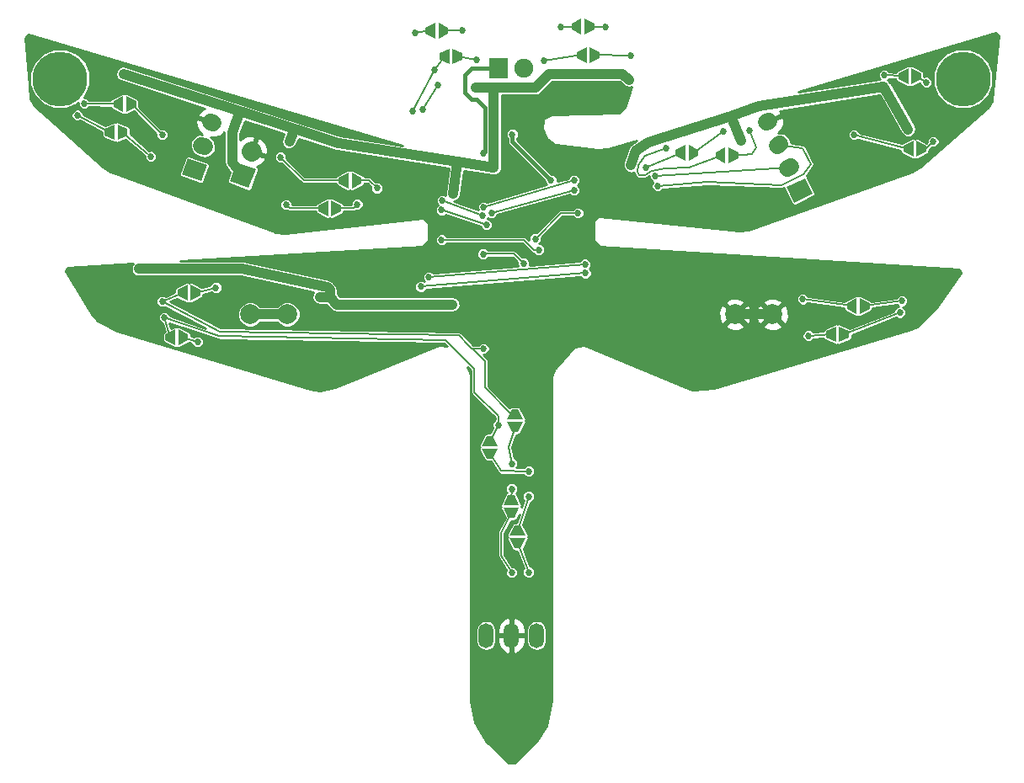
<source format=gbl>
G04 #@! TF.FileFunction,Copper,L2,Bot,Signal*
%FSLAX46Y46*%
G04 Gerber Fmt 4.6, Leading zero omitted, Abs format (unit mm)*
G04 Created by KiCad (PCBNEW 4.0.6) date 05/08/17 21:21:00*
%MOMM*%
%LPD*%
G01*
G04 APERTURE LIST*
%ADD10C,0.100000*%
%ADD11C,5.500000*%
%ADD12R,1.900000X2.000000*%
%ADD13C,1.900000*%
%ADD14C,1.727200*%
%ADD15C,2.032000*%
%ADD16C,2.000000*%
%ADD17O,1.500000X2.500000*%
%ADD18C,0.685800*%
%ADD19C,1.016000*%
%ADD20C,0.152400*%
%ADD21C,0.400000*%
%ADD22C,0.254000*%
G04 APERTURE END LIST*
D10*
G36*
X138485600Y-95370000D02*
X139085600Y-95370000D01*
X139585600Y-96370000D01*
X137985600Y-96370000D01*
X138485600Y-95370000D01*
X138485600Y-95370000D01*
G37*
G36*
X137985600Y-96670000D02*
X139585600Y-96670000D01*
X139085600Y-97670000D01*
X138485600Y-97670000D01*
X137985600Y-96670000D01*
X137985600Y-96670000D01*
G37*
G36*
X138892000Y-86734000D02*
X139492000Y-86734000D01*
X139992000Y-87734000D01*
X138392000Y-87734000D01*
X138892000Y-86734000D01*
X138892000Y-86734000D01*
G37*
G36*
X138392000Y-88034000D02*
X139992000Y-88034000D01*
X139492000Y-89034000D01*
X138892000Y-89034000D01*
X138392000Y-88034000D01*
X138392000Y-88034000D01*
G37*
G36*
X136352000Y-89416000D02*
X136952000Y-89416000D01*
X137452000Y-90416000D01*
X135852000Y-90416000D01*
X136352000Y-89416000D01*
X136352000Y-89416000D01*
G37*
G36*
X135852000Y-90716000D02*
X137452000Y-90716000D01*
X136952000Y-91716000D01*
X136352000Y-91716000D01*
X135852000Y-90716000D01*
X135852000Y-90716000D01*
G37*
G36*
X139146000Y-98418000D02*
X139746000Y-98418000D01*
X140246000Y-99418000D01*
X138646000Y-99418000D01*
X139146000Y-98418000D01*
X139146000Y-98418000D01*
G37*
G36*
X138646000Y-99718000D02*
X140246000Y-99718000D01*
X139746000Y-100718000D01*
X139146000Y-100718000D01*
X138646000Y-99718000D01*
X138646000Y-99718000D01*
G37*
D11*
X93420000Y-53500000D03*
D12*
X137510000Y-52400000D03*
D13*
X140050000Y-52400000D03*
D11*
X184215200Y-53500000D03*
D10*
G36*
X123744800Y-63413600D02*
X123744800Y-64013600D01*
X122744800Y-64513600D01*
X122744800Y-62913600D01*
X123744800Y-63413600D01*
X123744800Y-63413600D01*
G37*
G36*
X122444800Y-62913600D02*
X122444800Y-64513600D01*
X121444800Y-64013600D01*
X121444800Y-63413600D01*
X122444800Y-62913600D01*
X122444800Y-62913600D01*
G37*
G36*
X105681173Y-63117478D02*
X106271910Y-61494441D01*
X108181365Y-62189426D01*
X107590628Y-63812463D01*
X105681173Y-63117478D01*
X105681173Y-63117478D01*
G37*
D14*
X107656791Y-60214509D02*
X107943209Y-60318757D01*
X108525522Y-57827689D02*
X108811940Y-57931937D01*
D10*
G36*
X110497780Y-63807235D02*
X111192765Y-61897780D01*
X113102220Y-62592765D01*
X112407235Y-64502220D01*
X110497780Y-63807235D01*
X110497780Y-63807235D01*
G37*
D15*
X112668731Y-60813181D02*
X112668731Y-60813181D01*
D10*
G36*
X121702400Y-66207600D02*
X121702400Y-66807600D01*
X120702400Y-67307600D01*
X120702400Y-65707600D01*
X121702400Y-66207600D01*
X121702400Y-66207600D01*
G37*
G36*
X120402400Y-65707600D02*
X120402400Y-67307600D01*
X119402400Y-66807600D01*
X119402400Y-66207600D01*
X120402400Y-65707600D01*
X120402400Y-65707600D01*
G37*
G36*
X100210000Y-58577200D02*
X100210000Y-59177200D01*
X99210000Y-59677200D01*
X99210000Y-58077200D01*
X100210000Y-58577200D01*
X100210000Y-58577200D01*
G37*
G36*
X98910000Y-58077200D02*
X98910000Y-59677200D01*
X97910000Y-59177200D01*
X97910000Y-58577200D01*
X98910000Y-58077200D01*
X98910000Y-58077200D01*
G37*
G36*
X101084000Y-55732400D02*
X101084000Y-56332400D01*
X100084000Y-56832400D01*
X100084000Y-55232400D01*
X101084000Y-55732400D01*
X101084000Y-55732400D01*
G37*
G36*
X99784000Y-55232400D02*
X99784000Y-56832400D01*
X98784000Y-56332400D01*
X98784000Y-55732400D01*
X99784000Y-55232400D01*
X99784000Y-55232400D01*
G37*
G36*
X107535600Y-74731600D02*
X107535600Y-75331600D01*
X106535600Y-75831600D01*
X106535600Y-74231600D01*
X107535600Y-74731600D01*
X107535600Y-74731600D01*
G37*
G36*
X106235600Y-74231600D02*
X106235600Y-75831600D01*
X105235600Y-75331600D01*
X105235600Y-74731600D01*
X106235600Y-74231600D01*
X106235600Y-74231600D01*
G37*
G36*
X106306000Y-79202000D02*
X106306000Y-79802000D01*
X105306000Y-80302000D01*
X105306000Y-78702000D01*
X106306000Y-79202000D01*
X106306000Y-79202000D01*
G37*
G36*
X105006000Y-78702000D02*
X105006000Y-80302000D01*
X104006000Y-79802000D01*
X104006000Y-79202000D01*
X105006000Y-78702000D01*
X105006000Y-78702000D01*
G37*
D16*
X161300000Y-77200000D03*
X116300000Y-77200000D03*
X165050000Y-77200000D03*
X112550000Y-77200000D03*
D10*
G36*
X167244164Y-65952068D02*
X166514218Y-64386693D01*
X168355836Y-63527932D01*
X169085782Y-65093307D01*
X167244164Y-65952068D01*
X167244164Y-65952068D01*
G37*
D14*
X166588429Y-62502385D02*
X166864671Y-62373571D01*
X165514978Y-60200363D02*
X165791220Y-60071549D01*
X164441528Y-57898342D02*
X164717770Y-57769528D01*
D10*
G36*
X174835200Y-76052400D02*
X174835200Y-76652400D01*
X173835200Y-77152400D01*
X173835200Y-75552400D01*
X174835200Y-76052400D01*
X174835200Y-76052400D01*
G37*
G36*
X173535200Y-75552400D02*
X173535200Y-77152400D01*
X172535200Y-76652400D01*
X172535200Y-76052400D01*
X173535200Y-75552400D01*
X173535200Y-75552400D01*
G37*
G36*
X172752400Y-78897200D02*
X172752400Y-79497200D01*
X171752400Y-79997200D01*
X171752400Y-78397200D01*
X172752400Y-78897200D01*
X172752400Y-78897200D01*
G37*
G36*
X171452400Y-78397200D02*
X171452400Y-79997200D01*
X170452400Y-79497200D01*
X170452400Y-78897200D01*
X171452400Y-78397200D01*
X171452400Y-78397200D01*
G37*
G36*
X178224800Y-60853600D02*
X178224800Y-60253600D01*
X179224800Y-59753600D01*
X179224800Y-61353600D01*
X178224800Y-60853600D01*
X178224800Y-60853600D01*
G37*
G36*
X179524800Y-61353600D02*
X179524800Y-59753600D01*
X180524800Y-60253600D01*
X180524800Y-60853600D01*
X179524800Y-61353600D01*
X179524800Y-61353600D01*
G37*
G36*
X177716800Y-53538400D02*
X177716800Y-52938400D01*
X178716800Y-52438400D01*
X178716800Y-54038400D01*
X177716800Y-53538400D01*
X177716800Y-53538400D01*
G37*
G36*
X179016800Y-54038400D02*
X179016800Y-52438400D01*
X180016800Y-52938400D01*
X180016800Y-53538400D01*
X179016800Y-54038400D01*
X179016800Y-54038400D01*
G37*
G36*
X155314000Y-61260000D02*
X155314000Y-60660000D01*
X156314000Y-60160000D01*
X156314000Y-61760000D01*
X155314000Y-61260000D01*
X155314000Y-61260000D01*
G37*
G36*
X156614000Y-61760000D02*
X156614000Y-60160000D01*
X157614000Y-60660000D01*
X157614000Y-61260000D01*
X156614000Y-61760000D01*
X156614000Y-61760000D01*
G37*
G36*
X159327200Y-61514000D02*
X159327200Y-60914000D01*
X160327200Y-60414000D01*
X160327200Y-62014000D01*
X159327200Y-61514000D01*
X159327200Y-61514000D01*
G37*
G36*
X160627200Y-62014000D02*
X160627200Y-60414000D01*
X161627200Y-60914000D01*
X161627200Y-61514000D01*
X160627200Y-62014000D01*
X160627200Y-62014000D01*
G37*
G36*
X144849200Y-48560000D02*
X144849200Y-47960000D01*
X145849200Y-47460000D01*
X145849200Y-49060000D01*
X144849200Y-48560000D01*
X144849200Y-48560000D01*
G37*
G36*
X146149200Y-49060000D02*
X146149200Y-47460000D01*
X147149200Y-47960000D01*
X147149200Y-48560000D01*
X146149200Y-49060000D01*
X146149200Y-49060000D01*
G37*
G36*
X145367600Y-51404800D02*
X145367600Y-50804800D01*
X146367600Y-50304800D01*
X146367600Y-51904800D01*
X145367600Y-51404800D01*
X145367600Y-51404800D01*
G37*
G36*
X146667600Y-51904800D02*
X146667600Y-50304800D01*
X147667600Y-50804800D01*
X147667600Y-51404800D01*
X146667600Y-51904800D01*
X146667600Y-51904800D01*
G37*
G36*
X130168000Y-48966400D02*
X130168000Y-48366400D01*
X131168000Y-47866400D01*
X131168000Y-49466400D01*
X130168000Y-48966400D01*
X130168000Y-48966400D01*
G37*
G36*
X131468000Y-49466400D02*
X131468000Y-47866400D01*
X132468000Y-48366400D01*
X132468000Y-48966400D01*
X131468000Y-49466400D01*
X131468000Y-49466400D01*
G37*
G36*
X131590400Y-51557200D02*
X131590400Y-50957200D01*
X132590400Y-50457200D01*
X132590400Y-52057200D01*
X131590400Y-51557200D01*
X131590400Y-51557200D01*
G37*
G36*
X132890400Y-52057200D02*
X132890400Y-50457200D01*
X133890400Y-50957200D01*
X133890400Y-51557200D01*
X132890400Y-52057200D01*
X132890400Y-52057200D01*
G37*
D17*
X138800000Y-109500000D03*
X141340000Y-109500000D03*
X136260000Y-109500000D03*
D18*
X137200000Y-94800000D03*
X108000000Y-73800000D03*
X115100000Y-67700000D03*
X137100000Y-84000000D03*
X139800000Y-84000000D03*
X117300000Y-72203805D03*
X120550000Y-61700000D03*
X131350000Y-64350000D03*
X135950000Y-72000000D03*
X104300000Y-57450000D03*
X140029143Y-59088588D03*
X144300000Y-56100000D03*
X141800000Y-56200000D03*
X139400000Y-78200000D03*
X136200000Y-78200000D03*
X161800000Y-68000000D03*
X161350000Y-80200000D03*
X165100000Y-73800000D03*
X175000000Y-61200000D03*
X177900000Y-74600000D03*
X177600000Y-61400000D03*
X158500000Y-64700000D03*
X141600000Y-66400000D03*
X141200000Y-69600000D03*
X145500000Y-67000000D03*
X135962532Y-71126678D03*
X140022817Y-72058738D03*
X101347480Y-72604955D03*
X135200000Y-54400000D03*
X120300000Y-74485165D03*
X119550000Y-75450000D03*
X120550000Y-75500000D03*
X132950000Y-65050000D03*
X132900000Y-76200000D03*
X99800000Y-53000000D03*
X116500000Y-59800000D03*
X137050000Y-62450000D03*
X161900000Y-59700000D03*
X178700000Y-58600000D03*
X152600000Y-59900000D03*
X150800000Y-62200000D03*
X150600000Y-53600000D03*
X138907866Y-59088588D03*
X142800000Y-63700000D03*
X135950000Y-61000000D03*
X136000000Y-66400000D03*
X153300000Y-63300000D03*
X145100000Y-63700000D03*
X136800000Y-67000000D03*
X153500000Y-64300000D03*
X145100000Y-64700000D03*
X123306000Y-66121020D03*
X131800000Y-66700000D03*
X136300000Y-68200000D03*
X125287200Y-64501895D03*
X131850000Y-65750000D03*
X135900000Y-67250000D03*
X131800000Y-69700000D03*
X141550000Y-70700000D03*
X138837349Y-103162651D03*
X140537349Y-103124000D03*
X103697200Y-59141600D03*
X115584400Y-61376800D03*
X102551150Y-61315600D03*
X116151705Y-66157748D03*
X173242400Y-59141600D03*
X162777600Y-58684400D03*
X181218000Y-59802000D03*
X178054000Y-75834500D03*
X176290400Y-53147200D03*
X160136000Y-58786000D03*
X177872210Y-77012800D03*
X180506800Y-53858400D03*
X168097200Y-75662606D03*
X109100000Y-74500000D03*
X130500000Y-73450000D03*
X146200000Y-72150000D03*
X168656000Y-79341697D03*
X107253200Y-79969600D03*
X129700000Y-74400000D03*
X146250000Y-73050000D03*
X95874000Y-55992000D03*
X128900000Y-56800000D03*
X131100000Y-52650000D03*
X129148000Y-48880000D03*
X95162800Y-57160400D03*
X131400000Y-54100000D03*
X129900000Y-56600000D03*
X136006000Y-80630000D03*
X103700000Y-75900000D03*
X137500000Y-88300000D03*
X103900000Y-77500000D03*
X135338000Y-51562000D03*
X142087600Y-51687600D03*
X143778400Y-48270400D03*
X133872400Y-48626000D03*
X138837349Y-92202000D03*
X138837349Y-94742000D03*
X140537349Y-92964000D03*
X140537349Y-95504000D03*
X154344800Y-60462400D03*
X150839600Y-51166000D03*
X152312800Y-62392800D03*
X148299600Y-48321200D03*
D19*
X165050000Y-77200000D02*
X161300000Y-77200000D01*
X112550000Y-77200000D02*
X116300000Y-77200000D01*
D20*
X143800000Y-67000000D02*
X145500000Y-67000000D01*
X141200000Y-69600000D02*
X143800000Y-67000000D01*
X135989210Y-71100000D02*
X139064079Y-71100000D01*
X139064079Y-71100000D02*
X140022817Y-72058738D01*
X135962532Y-71126678D02*
X135989210Y-71100000D01*
D19*
X111525714Y-56800000D02*
X99800000Y-53000000D01*
X101347480Y-72604955D02*
X101352435Y-72600000D01*
X101352435Y-72600000D02*
X111700000Y-72600000D01*
X142600000Y-53000000D02*
X150000000Y-53000000D01*
X150600000Y-53600000D02*
X150000000Y-53000000D01*
X137050000Y-54400000D02*
X141200000Y-54400000D01*
X141200000Y-54400000D02*
X142600000Y-53000000D01*
X135200000Y-54400000D02*
X137050000Y-54400000D01*
X137050000Y-62450000D02*
X137050000Y-54400000D01*
X137050000Y-62450000D02*
X133400000Y-61878595D01*
X132950000Y-65050000D02*
X133400000Y-61878595D01*
X163675822Y-56242170D02*
X163682457Y-56248805D01*
X178700000Y-58600000D02*
X176250000Y-54300000D01*
X163682457Y-56248805D02*
X160900000Y-57300000D01*
X176250000Y-54300000D02*
X163675822Y-56242170D01*
X161900000Y-59700000D02*
X160900000Y-57300000D01*
X152600000Y-59900000D02*
X160900000Y-57300000D01*
X152600000Y-59900000D02*
X151300000Y-60700000D01*
X150800000Y-62200000D02*
X151300000Y-60700000D01*
X121400000Y-60000000D02*
X117000000Y-58574074D01*
X110736601Y-58863399D02*
X111525714Y-56800000D01*
X117000000Y-58574074D02*
X111525714Y-56800000D01*
X116500000Y-59800000D02*
X117000000Y-58574074D01*
X110736601Y-61950000D02*
X110736601Y-58863399D01*
X132900000Y-76200000D02*
X121250000Y-76200000D01*
X133400000Y-61878595D02*
X121400000Y-60000000D01*
X111800000Y-63200000D02*
X110736601Y-61950000D01*
X111700000Y-72600000D02*
X120300000Y-74485165D01*
X120500000Y-75450000D02*
X120550000Y-75500000D01*
X120550000Y-75500000D02*
X120550000Y-74735165D01*
X119550000Y-75450000D02*
X120500000Y-75450000D01*
X120550000Y-74735165D02*
X120300000Y-74485165D01*
X121250000Y-76200000D02*
X120550000Y-75500000D01*
D21*
X138907866Y-59807866D02*
X138907866Y-59088588D01*
X142800000Y-63700000D02*
X138907866Y-59807866D01*
X137510000Y-52400000D02*
X134800000Y-52400000D01*
X134800000Y-52400000D02*
X134100000Y-53100000D01*
X135300000Y-55600000D02*
X135900000Y-56200000D01*
X134100000Y-54900000D02*
X134800000Y-55600000D01*
X134800000Y-55600000D02*
X135300000Y-55600000D01*
X134100000Y-53100000D02*
X134100000Y-54900000D01*
X136150000Y-60800000D02*
X135950000Y-61000000D01*
X136150000Y-56450000D02*
X136150000Y-60800000D01*
X135900000Y-56200000D02*
X136150000Y-56450000D01*
D20*
X136000000Y-66400000D02*
X145100000Y-63700000D01*
X153300000Y-63300000D02*
X166726550Y-62437978D01*
X136800000Y-67000000D02*
X145100000Y-64700000D01*
X158500000Y-63900000D02*
X153500000Y-64300000D01*
X166000000Y-64200000D02*
X158500000Y-63900000D01*
X168100000Y-60500000D02*
X168900000Y-62100000D01*
X168200000Y-63100000D02*
X166000000Y-64200000D01*
X168900000Y-62100000D02*
X168200000Y-63100000D01*
X165653099Y-60135956D02*
X168100000Y-60500000D01*
X131800000Y-66700000D02*
X136300000Y-68200000D01*
X122919420Y-66507600D02*
X123306000Y-66121020D01*
X121202400Y-66507600D02*
X122919420Y-66507600D01*
X135900000Y-67250000D02*
X131850000Y-65750000D01*
X124498905Y-63713600D02*
X125287200Y-64501895D01*
X123244800Y-63713600D02*
X124498905Y-63713600D01*
X141050000Y-70700000D02*
X141550000Y-70700000D01*
X140050000Y-69700000D02*
X141050000Y-70700000D01*
X139550000Y-69700000D02*
X140050000Y-69700000D01*
X131800000Y-69700000D02*
X139550000Y-69700000D01*
X137784000Y-101458000D02*
X138837349Y-103162651D01*
X137784000Y-99172000D02*
X137784000Y-101458000D01*
X138785600Y-97170000D02*
X137784000Y-99172000D01*
X139446000Y-100218000D02*
X140537349Y-103124000D01*
X100584000Y-56032400D02*
X103697200Y-59141600D01*
X117921200Y-63713600D02*
X115584400Y-61376800D01*
X121944800Y-63713600D02*
X117921200Y-63713600D01*
X99710000Y-58877200D02*
X102551150Y-61315600D01*
X116501557Y-66507600D02*
X116151705Y-66157748D01*
X119902400Y-66507600D02*
X116501557Y-66507600D01*
X178724800Y-60553600D02*
X173242400Y-59141600D01*
X163438000Y-60360800D02*
X162777600Y-58684400D01*
X163031600Y-61072000D02*
X163438000Y-60360800D01*
X161127200Y-61214000D02*
X163031600Y-61072000D01*
X180024800Y-60553600D02*
X180466400Y-60553600D01*
X180466400Y-60553600D02*
X181218000Y-59802000D01*
X174335200Y-76352400D02*
X178054000Y-75834500D01*
X176290400Y-53147200D02*
X178216800Y-53238400D01*
X157114000Y-60960000D02*
X160136000Y-58786000D01*
X172252400Y-79197200D02*
X177872210Y-77012800D01*
X179516800Y-53238400D02*
X180506800Y-53858400D01*
X173035200Y-76352400D02*
X168097200Y-75662606D01*
X107035600Y-75031600D02*
X109100000Y-74500000D01*
X146200000Y-72150000D02*
X130500000Y-73450000D01*
X170952400Y-79197200D02*
X168656000Y-79341697D01*
X105806000Y-79502000D02*
X107253200Y-79969600D01*
X146250000Y-73050000D02*
X129700000Y-74400000D01*
X131100000Y-52650000D02*
X132090400Y-51257200D01*
X99284000Y-56032400D02*
X95874000Y-55992000D01*
X128900000Y-56800000D02*
X131100000Y-52650000D01*
X130668000Y-48666400D02*
X129148000Y-48880000D01*
X98410000Y-58877200D02*
X95162800Y-57160400D01*
X129900000Y-56600000D02*
X131400000Y-54100000D01*
X136133000Y-84567000D02*
X138800000Y-87234000D01*
X138800000Y-87234000D02*
X139192000Y-87234000D01*
X136133000Y-81900000D02*
X136133000Y-84567000D01*
X134863000Y-80630000D02*
X136133000Y-81900000D01*
X134830000Y-80630000D02*
X134863000Y-80630000D01*
X134493000Y-80293000D02*
X133500000Y-79300000D01*
X136006000Y-80630000D02*
X134830000Y-80630000D01*
X134830000Y-80630000D02*
X134493000Y-80293000D01*
X105735600Y-75031600D02*
X103700000Y-75900000D01*
X109500000Y-78900000D02*
X133500000Y-79300000D01*
X103700000Y-75900000D02*
X109500000Y-78900000D01*
X136652000Y-89916000D02*
X137500000Y-88300000D01*
X103900000Y-77500000D02*
X104506000Y-79502000D01*
X137500000Y-88300000D02*
X137500000Y-87400000D01*
X137500000Y-87400000D02*
X135100000Y-85000000D01*
X103900000Y-77500000D02*
X109400000Y-79400000D01*
X109400000Y-79400000D02*
X132200000Y-79800000D01*
X135100000Y-82700000D02*
X132200000Y-79800000D01*
X135100000Y-85000000D02*
X135100000Y-82700000D01*
X133390400Y-51257200D02*
X135338000Y-51562000D01*
X145867600Y-51104800D02*
X142087600Y-51687600D01*
X143778400Y-48270400D02*
X145349200Y-48260000D01*
X131968000Y-48666400D02*
X133872400Y-48626000D01*
X138546000Y-90536000D02*
X138837349Y-92202000D01*
X139192000Y-88534000D02*
X138546000Y-90536000D01*
X138785600Y-95870000D02*
X138837349Y-94742000D01*
X137784000Y-92949000D02*
X136652000Y-91216000D01*
X140537349Y-92964000D02*
X137784000Y-92949000D01*
X139446000Y-98918000D02*
X140537349Y-95504000D01*
X152262000Y-61275200D02*
X154344800Y-60462400D01*
X151601600Y-62138800D02*
X152262000Y-61275200D01*
X151449200Y-62850000D02*
X151601600Y-62138800D01*
X151652400Y-63205600D02*
X151449200Y-62850000D01*
X152262000Y-63154800D02*
X151652400Y-63205600D01*
X152922400Y-62748400D02*
X152262000Y-63154800D01*
X154294000Y-62494400D02*
X152922400Y-62748400D01*
X156681600Y-62443600D02*
X154294000Y-62494400D01*
X159827200Y-61214000D02*
X156681600Y-62443600D01*
X147167600Y-51104800D02*
X150839600Y-51166000D01*
X155814000Y-60960000D02*
X152312800Y-62392800D01*
X146649200Y-48260000D02*
X148299600Y-48321200D01*
D22*
G36*
X187814234Y-49151616D02*
X187135688Y-55597795D01*
X187095920Y-55728123D01*
X186720997Y-56447771D01*
X179903207Y-62368485D01*
X179075199Y-62852177D01*
X162641840Y-68707742D01*
X161702069Y-68819167D01*
X147710650Y-67326748D01*
X147660458Y-67331457D01*
X147612273Y-67358587D01*
X147115093Y-67805555D01*
X147085038Y-67846029D01*
X147073000Y-67900000D01*
X147073000Y-69700000D01*
X147083006Y-69749410D01*
X147107352Y-69786864D01*
X147606315Y-70319055D01*
X147647409Y-70348256D01*
X147690786Y-70358928D01*
X183819024Y-72689782D01*
X183969579Y-73000414D01*
X181653046Y-76359387D01*
X179560492Y-78423821D01*
X179000640Y-78684825D01*
X159197937Y-84590894D01*
X157069578Y-84791244D01*
X156756956Y-84711147D01*
X146110384Y-80275077D01*
X146060926Y-80265309D01*
X146034590Y-80268200D01*
X145232826Y-80442289D01*
X145186664Y-80462551D01*
X145166709Y-80479980D01*
X143247161Y-82547186D01*
X143222014Y-82587182D01*
X142881788Y-83453579D01*
X142873000Y-83500000D01*
X142873000Y-115983643D01*
X142367579Y-118524566D01*
X141402060Y-120018334D01*
X139100947Y-122319447D01*
X138499053Y-122319447D01*
X136261279Y-120081673D01*
X135112725Y-118243917D01*
X134727000Y-116137549D01*
X134727000Y-108970037D01*
X135230600Y-108970037D01*
X135230600Y-110029963D01*
X135308958Y-110423897D01*
X135532104Y-110757859D01*
X135866066Y-110981005D01*
X136260000Y-111059363D01*
X136653934Y-110981005D01*
X136987896Y-110757859D01*
X137211042Y-110423897D01*
X137289400Y-110029963D01*
X137289400Y-109627000D01*
X137415000Y-109627000D01*
X137415000Y-110127000D01*
X137569028Y-110647349D01*
X137910460Y-111069145D01*
X138387316Y-111328173D01*
X138458815Y-111342318D01*
X138673000Y-111219656D01*
X138673000Y-109627000D01*
X138927000Y-109627000D01*
X138927000Y-111219656D01*
X139141185Y-111342318D01*
X139212684Y-111328173D01*
X139689540Y-111069145D01*
X140030972Y-110647349D01*
X140185000Y-110127000D01*
X140185000Y-109627000D01*
X138927000Y-109627000D01*
X138673000Y-109627000D01*
X137415000Y-109627000D01*
X137289400Y-109627000D01*
X137289400Y-108970037D01*
X137270099Y-108873000D01*
X137415000Y-108873000D01*
X137415000Y-109373000D01*
X138673000Y-109373000D01*
X138673000Y-107780344D01*
X138927000Y-107780344D01*
X138927000Y-109373000D01*
X140185000Y-109373000D01*
X140185000Y-108970037D01*
X140310600Y-108970037D01*
X140310600Y-110029963D01*
X140388958Y-110423897D01*
X140612104Y-110757859D01*
X140946066Y-110981005D01*
X141340000Y-111059363D01*
X141733934Y-110981005D01*
X142067896Y-110757859D01*
X142291042Y-110423897D01*
X142369400Y-110029963D01*
X142369400Y-108970037D01*
X142291042Y-108576103D01*
X142067896Y-108242141D01*
X141733934Y-108018995D01*
X141340000Y-107940637D01*
X140946066Y-108018995D01*
X140612104Y-108242141D01*
X140388958Y-108576103D01*
X140310600Y-108970037D01*
X140185000Y-108970037D01*
X140185000Y-108873000D01*
X140030972Y-108352651D01*
X139689540Y-107930855D01*
X139212684Y-107671827D01*
X139141185Y-107657682D01*
X138927000Y-107780344D01*
X138673000Y-107780344D01*
X138458815Y-107657682D01*
X138387316Y-107671827D01*
X137910460Y-107930855D01*
X137569028Y-108352651D01*
X137415000Y-108873000D01*
X137270099Y-108873000D01*
X137211042Y-108576103D01*
X136987896Y-108242141D01*
X136653934Y-108018995D01*
X136260000Y-107940637D01*
X135866066Y-108018995D01*
X135532104Y-108242141D01*
X135308958Y-108576103D01*
X135230600Y-108970037D01*
X134727000Y-108970037D01*
X134727000Y-99172000D01*
X137428400Y-99172000D01*
X137428400Y-101458000D01*
X137434009Y-101486199D01*
X137432987Y-101514934D01*
X137447416Y-101553602D01*
X137455468Y-101594082D01*
X137471442Y-101617989D01*
X137481494Y-101644926D01*
X138266342Y-102915058D01*
X138215157Y-103038325D01*
X138214941Y-103285891D01*
X138309481Y-103514695D01*
X138484384Y-103689904D01*
X138713023Y-103784843D01*
X138960589Y-103785059D01*
X139189393Y-103690519D01*
X139364602Y-103515616D01*
X139459541Y-103286977D01*
X139459757Y-103039411D01*
X139365217Y-102810607D01*
X139190314Y-102635398D01*
X138961675Y-102540459D01*
X138870844Y-102540380D01*
X138139600Y-101356997D01*
X138139600Y-99255990D01*
X138790549Y-97954873D01*
X139085600Y-97954873D01*
X139171943Y-97941473D01*
X139270758Y-97886493D01*
X139340398Y-97797399D01*
X139591313Y-97295570D01*
X139323572Y-98133127D01*
X139146000Y-98133127D01*
X139059657Y-98146527D01*
X138960842Y-98201507D01*
X138891202Y-98290601D01*
X138391202Y-99290601D01*
X138361236Y-99410130D01*
X138380609Y-99521539D01*
X138410422Y-99567870D01*
X138377016Y-99624190D01*
X138361711Y-99736231D01*
X138391202Y-99845399D01*
X138891202Y-100845399D01*
X138941801Y-100916634D01*
X139035168Y-100980429D01*
X139146000Y-101002873D01*
X139360910Y-101002873D01*
X140020895Y-102760255D01*
X140010096Y-102771035D01*
X139915157Y-102999674D01*
X139914941Y-103247240D01*
X140009481Y-103476044D01*
X140184384Y-103651253D01*
X140413023Y-103746192D01*
X140660589Y-103746408D01*
X140889393Y-103651868D01*
X141064602Y-103476965D01*
X141159541Y-103248326D01*
X141159757Y-103000760D01*
X141065217Y-102771956D01*
X140890314Y-102596747D01*
X140687572Y-102512562D01*
X140035445Y-100776104D01*
X140500798Y-99845399D01*
X140530764Y-99725870D01*
X140511391Y-99614461D01*
X140481578Y-99568130D01*
X140514984Y-99511810D01*
X140530289Y-99399769D01*
X140500798Y-99290601D01*
X140012443Y-98313890D01*
X140719492Y-96102070D01*
X140889393Y-96031868D01*
X141064602Y-95856965D01*
X141159541Y-95628326D01*
X141159757Y-95380760D01*
X141065217Y-95151956D01*
X140890314Y-94976747D01*
X140661675Y-94881808D01*
X140414109Y-94881592D01*
X140185305Y-94976132D01*
X140010096Y-95151035D01*
X139915157Y-95379674D01*
X139914941Y-95627240D01*
X140009481Y-95856044D01*
X140041296Y-95887914D01*
X139833216Y-96538838D01*
X139821178Y-96520130D01*
X139854584Y-96463810D01*
X139869889Y-96351769D01*
X139840398Y-96242601D01*
X139340398Y-95242601D01*
X139289799Y-95171366D01*
X139288771Y-95170664D01*
X139364602Y-95094965D01*
X139459541Y-94866326D01*
X139459757Y-94618760D01*
X139365217Y-94389956D01*
X139190314Y-94214747D01*
X138961675Y-94119808D01*
X138714109Y-94119592D01*
X138485305Y-94214132D01*
X138310096Y-94389035D01*
X138215157Y-94617674D01*
X138214941Y-94865240D01*
X138309481Y-95094044D01*
X138344416Y-95129040D01*
X138300442Y-95153507D01*
X138230802Y-95242601D01*
X137730802Y-96242601D01*
X137700836Y-96362130D01*
X137720209Y-96473539D01*
X137750022Y-96519870D01*
X137716616Y-96576190D01*
X137701311Y-96688231D01*
X137730802Y-96797399D01*
X138152471Y-97640736D01*
X137465980Y-99012895D01*
X137462591Y-99025257D01*
X137455468Y-99035918D01*
X137444357Y-99091776D01*
X137429300Y-99146706D01*
X137430901Y-99159428D01*
X137428400Y-99172000D01*
X134727000Y-99172000D01*
X134727000Y-83300000D01*
X134717333Y-83251399D01*
X134412449Y-82515343D01*
X134744400Y-82847294D01*
X134744400Y-85000000D01*
X134771468Y-85136083D01*
X134848553Y-85251447D01*
X137144400Y-87547294D01*
X137144400Y-87775682D01*
X136972747Y-87947035D01*
X136877808Y-88175674D01*
X136877592Y-88423240D01*
X136946381Y-88589722D01*
X136662277Y-89131127D01*
X136352000Y-89131127D01*
X136265657Y-89144527D01*
X136166842Y-89199507D01*
X136097202Y-89288601D01*
X135597202Y-90288601D01*
X135567236Y-90408130D01*
X135586609Y-90519539D01*
X135616422Y-90565870D01*
X135583016Y-90622190D01*
X135567711Y-90734231D01*
X135597202Y-90843399D01*
X136097202Y-91843399D01*
X136147801Y-91914634D01*
X136241168Y-91978429D01*
X136352000Y-92000873D01*
X136739940Y-92000873D01*
X137486286Y-93143468D01*
X137511407Y-93169119D01*
X137531187Y-93199073D01*
X137559472Y-93218197D01*
X137583367Y-93242595D01*
X137616389Y-93256678D01*
X137646130Y-93276786D01*
X137679587Y-93283631D01*
X137710994Y-93297025D01*
X137746890Y-93297399D01*
X137782063Y-93304595D01*
X140010169Y-93316734D01*
X140184384Y-93491253D01*
X140413023Y-93586192D01*
X140660589Y-93586408D01*
X140889393Y-93491868D01*
X141064602Y-93316965D01*
X141159541Y-93088326D01*
X141159757Y-92840760D01*
X141065217Y-92611956D01*
X140890314Y-92436747D01*
X140661675Y-92341808D01*
X140414109Y-92341592D01*
X140185305Y-92436132D01*
X140015589Y-92605552D01*
X139317735Y-92601750D01*
X139364602Y-92554965D01*
X139459541Y-92326326D01*
X139459757Y-92078760D01*
X139365217Y-91849956D01*
X139190314Y-91674747D01*
X139099549Y-91637058D01*
X138911445Y-90561440D01*
X139312394Y-89318873D01*
X139492000Y-89318873D01*
X139578343Y-89305473D01*
X139677158Y-89250493D01*
X139746798Y-89161399D01*
X140246798Y-88161399D01*
X140276764Y-88041870D01*
X140257391Y-87930461D01*
X140227578Y-87884130D01*
X140260984Y-87827810D01*
X140276289Y-87715769D01*
X140246798Y-87606601D01*
X139746798Y-86606601D01*
X139696199Y-86535366D01*
X139602832Y-86471571D01*
X139492000Y-86449127D01*
X138892000Y-86449127D01*
X138805657Y-86462527D01*
X138706842Y-86517507D01*
X138654002Y-86585108D01*
X136488600Y-84419706D01*
X136488600Y-81900000D01*
X136461532Y-81763918D01*
X136461532Y-81763917D01*
X136384447Y-81648553D01*
X135988179Y-81252285D01*
X136129240Y-81252408D01*
X136358044Y-81157868D01*
X136533253Y-80982965D01*
X136628192Y-80754326D01*
X136628408Y-80506760D01*
X136533868Y-80277956D01*
X136358965Y-80102747D01*
X136130326Y-80007808D01*
X135882760Y-80007592D01*
X135653956Y-80102132D01*
X135481387Y-80274400D01*
X134977294Y-80274400D01*
X133751447Y-79048553D01*
X133696176Y-79011622D01*
X133641538Y-78973781D01*
X133638590Y-78973143D01*
X133636083Y-78971468D01*
X133570907Y-78958504D01*
X133505926Y-78944449D01*
X109589302Y-78545839D01*
X107477200Y-77453372D01*
X111270378Y-77453372D01*
X111464745Y-77923775D01*
X111824332Y-78283990D01*
X112294395Y-78479178D01*
X112803372Y-78479622D01*
X113273775Y-78285255D01*
X113572150Y-77987400D01*
X115278259Y-77987400D01*
X115574332Y-78283990D01*
X116044395Y-78479178D01*
X116553372Y-78479622D01*
X116860952Y-78352532D01*
X160327073Y-78352532D01*
X160425736Y-78619387D01*
X161035461Y-78845908D01*
X161685460Y-78821856D01*
X162174264Y-78619387D01*
X162272927Y-78352532D01*
X164077073Y-78352532D01*
X164175736Y-78619387D01*
X164785461Y-78845908D01*
X165435460Y-78821856D01*
X165924264Y-78619387D01*
X166022927Y-78352532D01*
X165050000Y-77379605D01*
X164077073Y-78352532D01*
X162272927Y-78352532D01*
X161300000Y-77379605D01*
X160327073Y-78352532D01*
X116860952Y-78352532D01*
X117023775Y-78285255D01*
X117383990Y-77925668D01*
X117579178Y-77455605D01*
X117579622Y-76946628D01*
X117385255Y-76476225D01*
X117025668Y-76116010D01*
X116555605Y-75920822D01*
X116046628Y-75920378D01*
X115576225Y-76114745D01*
X115277850Y-76412600D01*
X113571741Y-76412600D01*
X113275668Y-76116010D01*
X112805605Y-75920822D01*
X112296628Y-75920378D01*
X111826225Y-76114745D01*
X111466010Y-76474332D01*
X111270822Y-76944395D01*
X111270378Y-77453372D01*
X107477200Y-77453372D01*
X104533777Y-75930912D01*
X105215540Y-75640067D01*
X106108201Y-76086398D01*
X106227730Y-76116364D01*
X106339139Y-76096991D01*
X106385470Y-76067178D01*
X106441790Y-76100584D01*
X106553831Y-76115889D01*
X106662999Y-76086398D01*
X107662999Y-75586398D01*
X107734234Y-75535799D01*
X107798029Y-75442432D01*
X107820473Y-75331600D01*
X107820473Y-75196690D01*
X108692113Y-74972235D01*
X108747035Y-75027253D01*
X108975674Y-75122192D01*
X109223240Y-75122408D01*
X109452044Y-75027868D01*
X109627253Y-74852965D01*
X109722192Y-74624326D01*
X109722408Y-74376760D01*
X109627868Y-74147956D01*
X109452965Y-73972747D01*
X109224326Y-73877808D01*
X108976760Y-73877592D01*
X108747956Y-73972132D01*
X108572747Y-74147035D01*
X108516239Y-74283122D01*
X107688054Y-74496387D01*
X107662999Y-74476802D01*
X106662999Y-73976802D01*
X106543470Y-73946836D01*
X106432061Y-73966209D01*
X106385730Y-73996022D01*
X106329410Y-73962616D01*
X106217369Y-73947311D01*
X106108201Y-73976802D01*
X105108201Y-74476802D01*
X105036966Y-74527401D01*
X104973171Y-74620768D01*
X104950727Y-74731600D01*
X104950727Y-74979825D01*
X104041169Y-75367849D01*
X103824326Y-75277808D01*
X103576760Y-75277592D01*
X103347956Y-75372132D01*
X103172747Y-75547035D01*
X103077808Y-75775674D01*
X103077592Y-76023240D01*
X103172132Y-76252044D01*
X103347035Y-76427253D01*
X103575674Y-76522192D01*
X103823240Y-76522408D01*
X103993388Y-76452104D01*
X108091115Y-78571619D01*
X104504108Y-77332471D01*
X104427868Y-77147956D01*
X104252965Y-76972747D01*
X104024326Y-76877808D01*
X103776760Y-76877592D01*
X103547956Y-76972132D01*
X103372747Y-77147035D01*
X103277808Y-77375674D01*
X103277592Y-77623240D01*
X103372132Y-77852044D01*
X103547035Y-78027253D01*
X103708339Y-78094232D01*
X103954972Y-78909017D01*
X103878601Y-78947202D01*
X103807366Y-78997801D01*
X103743571Y-79091168D01*
X103721127Y-79202000D01*
X103721127Y-79802000D01*
X103734527Y-79888343D01*
X103789507Y-79987158D01*
X103878601Y-80056798D01*
X104878601Y-80556798D01*
X104998130Y-80586764D01*
X105109539Y-80567391D01*
X105155870Y-80537578D01*
X105212190Y-80570984D01*
X105324231Y-80586289D01*
X105433399Y-80556798D01*
X106407133Y-80069931D01*
X106654328Y-80149802D01*
X106725332Y-80321644D01*
X106900235Y-80496853D01*
X107128874Y-80591792D01*
X107376440Y-80592008D01*
X107605244Y-80497468D01*
X107780453Y-80322565D01*
X107875392Y-80093926D01*
X107875608Y-79846360D01*
X107781068Y-79617556D01*
X107606165Y-79442347D01*
X107377526Y-79347408D01*
X107129960Y-79347192D01*
X106901156Y-79441732D01*
X106870567Y-79472267D01*
X106590873Y-79381896D01*
X106590873Y-79202000D01*
X106577473Y-79115657D01*
X106522493Y-79016842D01*
X106433399Y-78947202D01*
X105433399Y-78447202D01*
X105313870Y-78417236D01*
X105202461Y-78436609D01*
X105156130Y-78466422D01*
X105099810Y-78433016D01*
X104987769Y-78417711D01*
X104878601Y-78447202D01*
X104600361Y-78586322D01*
X104442101Y-78063492D01*
X109283890Y-79736110D01*
X109339210Y-79743696D01*
X109393762Y-79755545D01*
X132050131Y-80153025D01*
X132312972Y-80415866D01*
X131562356Y-80265099D01*
X131489186Y-80272098D01*
X121105497Y-84527708D01*
X119571850Y-84843045D01*
X118586760Y-84702330D01*
X99160941Y-78857394D01*
X97227210Y-77834504D01*
X96594766Y-77144434D01*
X94002946Y-72824732D01*
X94178079Y-72492668D01*
X100756483Y-72099394D01*
X100620017Y-72303630D01*
X100560080Y-72604955D01*
X100620017Y-72906280D01*
X100790704Y-73161731D01*
X101046155Y-73332418D01*
X101347480Y-73392355D01*
X101372391Y-73387400D01*
X111614711Y-73387400D01*
X118928191Y-74990553D01*
X118822537Y-75148675D01*
X118762600Y-75450000D01*
X118822537Y-75751325D01*
X118993224Y-76006776D01*
X119248675Y-76177463D01*
X119550000Y-76237400D01*
X120173848Y-76237400D01*
X120693224Y-76756776D01*
X120948675Y-76927463D01*
X121250000Y-76987400D01*
X132900000Y-76987400D01*
X133161116Y-76935461D01*
X159654092Y-76935461D01*
X159678144Y-77585460D01*
X159880613Y-78074264D01*
X160147468Y-78172927D01*
X161120395Y-77200000D01*
X161479605Y-77200000D01*
X162452532Y-78172927D01*
X162719387Y-78074264D01*
X162945908Y-77464539D01*
X162926331Y-76935461D01*
X163404092Y-76935461D01*
X163428144Y-77585460D01*
X163630613Y-78074264D01*
X163897468Y-78172927D01*
X164870395Y-77200000D01*
X165229605Y-77200000D01*
X166202532Y-78172927D01*
X166469387Y-78074264D01*
X166695908Y-77464539D01*
X166671856Y-76814540D01*
X166469387Y-76325736D01*
X166202532Y-76227073D01*
X165229605Y-77200000D01*
X164870395Y-77200000D01*
X163897468Y-76227073D01*
X163630613Y-76325736D01*
X163404092Y-76935461D01*
X162926331Y-76935461D01*
X162921856Y-76814540D01*
X162719387Y-76325736D01*
X162452532Y-76227073D01*
X161479605Y-77200000D01*
X161120395Y-77200000D01*
X160147468Y-76227073D01*
X159880613Y-76325736D01*
X159654092Y-76935461D01*
X133161116Y-76935461D01*
X133201325Y-76927463D01*
X133456776Y-76756776D01*
X133627463Y-76501325D01*
X133687400Y-76200000D01*
X133657060Y-76047468D01*
X160327073Y-76047468D01*
X161300000Y-77020395D01*
X162272927Y-76047468D01*
X164077073Y-76047468D01*
X165050000Y-77020395D01*
X166022927Y-76047468D01*
X165926199Y-75785846D01*
X167474792Y-75785846D01*
X167569332Y-76014650D01*
X167744235Y-76189859D01*
X167972874Y-76284798D01*
X168220440Y-76285014D01*
X168449244Y-76190474D01*
X168554380Y-76085522D01*
X172250327Y-76601813D01*
X172250327Y-76652400D01*
X172263727Y-76738743D01*
X172318707Y-76837558D01*
X172407801Y-76907198D01*
X173407801Y-77407198D01*
X173527330Y-77437164D01*
X173638739Y-77417791D01*
X173685070Y-77387978D01*
X173741390Y-77421384D01*
X173853431Y-77436689D01*
X173962599Y-77407198D01*
X174962599Y-76907198D01*
X175033834Y-76856599D01*
X175097629Y-76763232D01*
X175120073Y-76652400D01*
X175120073Y-76602126D01*
X177596685Y-76257220D01*
X177701035Y-76361753D01*
X177770050Y-76390410D01*
X177748970Y-76390392D01*
X177520166Y-76484932D01*
X177344957Y-76659835D01*
X177257618Y-76870172D01*
X172800371Y-78602688D01*
X171879799Y-78142402D01*
X171760270Y-78112436D01*
X171648861Y-78131809D01*
X171602530Y-78161622D01*
X171546210Y-78128216D01*
X171434169Y-78112911D01*
X171325001Y-78142402D01*
X170325001Y-78642402D01*
X170253766Y-78693001D01*
X170189971Y-78786368D01*
X170168946Y-78890194D01*
X169148670Y-78954393D01*
X169008965Y-78814444D01*
X168780326Y-78719505D01*
X168532760Y-78719289D01*
X168303956Y-78813829D01*
X168128747Y-78988732D01*
X168033808Y-79217371D01*
X168033592Y-79464937D01*
X168128132Y-79693741D01*
X168303035Y-79868950D01*
X168531674Y-79963889D01*
X168779240Y-79964105D01*
X169008044Y-79869565D01*
X169183253Y-79694662D01*
X169195975Y-79664023D01*
X170190874Y-79601421D01*
X170235907Y-79682358D01*
X170325001Y-79751998D01*
X171325001Y-80251998D01*
X171444530Y-80281964D01*
X171555939Y-80262591D01*
X171602270Y-80232778D01*
X171658590Y-80266184D01*
X171770631Y-80281489D01*
X171879799Y-80251998D01*
X172879799Y-79751998D01*
X172951034Y-79701399D01*
X173014829Y-79608032D01*
X173037273Y-79497200D01*
X173037273Y-79273640D01*
X177513104Y-77533901D01*
X177519245Y-77540053D01*
X177747884Y-77634992D01*
X177995450Y-77635208D01*
X178224254Y-77540668D01*
X178399463Y-77365765D01*
X178494402Y-77137126D01*
X178494618Y-76889560D01*
X178400078Y-76660756D01*
X178225175Y-76485547D01*
X178156160Y-76456890D01*
X178177240Y-76456908D01*
X178406044Y-76362368D01*
X178581253Y-76187465D01*
X178676192Y-75958826D01*
X178676408Y-75711260D01*
X178581868Y-75482456D01*
X178406965Y-75307247D01*
X178178326Y-75212308D01*
X177930760Y-75212092D01*
X177701956Y-75306632D01*
X177526747Y-75481535D01*
X177497059Y-75553031D01*
X175065296Y-75891691D01*
X175051693Y-75867242D01*
X174962599Y-75797602D01*
X173962599Y-75297602D01*
X173843070Y-75267636D01*
X173731661Y-75287009D01*
X173685330Y-75316822D01*
X173629010Y-75283416D01*
X173516969Y-75268111D01*
X173407801Y-75297602D01*
X172407801Y-75797602D01*
X172336566Y-75848201D01*
X172306905Y-75891612D01*
X168654329Y-75381380D01*
X168625068Y-75310562D01*
X168450165Y-75135353D01*
X168221526Y-75040414D01*
X167973960Y-75040198D01*
X167745156Y-75134738D01*
X167569947Y-75309641D01*
X167475008Y-75538280D01*
X167474792Y-75785846D01*
X165926199Y-75785846D01*
X165924264Y-75780613D01*
X165314539Y-75554092D01*
X164664540Y-75578144D01*
X164175736Y-75780613D01*
X164077073Y-76047468D01*
X162272927Y-76047468D01*
X162174264Y-75780613D01*
X161564539Y-75554092D01*
X160914540Y-75578144D01*
X160425736Y-75780613D01*
X160327073Y-76047468D01*
X133657060Y-76047468D01*
X133627463Y-75898675D01*
X133456776Y-75643224D01*
X133201325Y-75472537D01*
X132900000Y-75412600D01*
X121576152Y-75412600D01*
X121337400Y-75173848D01*
X121337400Y-74735165D01*
X121295246Y-74523240D01*
X129077592Y-74523240D01*
X129172132Y-74752044D01*
X129347035Y-74927253D01*
X129575674Y-75022192D01*
X129823240Y-75022408D01*
X130052044Y-74927868D01*
X130227253Y-74752965D01*
X130244098Y-74712399D01*
X145766252Y-73446241D01*
X145897035Y-73577253D01*
X146125674Y-73672192D01*
X146373240Y-73672408D01*
X146602044Y-73577868D01*
X146777253Y-73402965D01*
X146872192Y-73174326D01*
X146872408Y-72926760D01*
X146777868Y-72697956D01*
X146655109Y-72574983D01*
X146727253Y-72502965D01*
X146822192Y-72274326D01*
X146822408Y-72026760D01*
X146727868Y-71797956D01*
X146552965Y-71622747D01*
X146324326Y-71527808D01*
X146076760Y-71527592D01*
X145847956Y-71622132D01*
X145672747Y-71797035D01*
X145655630Y-71838259D01*
X140614870Y-72255646D01*
X140645009Y-72183064D01*
X140645225Y-71935498D01*
X140550685Y-71706694D01*
X140375782Y-71531485D01*
X140147143Y-71436546D01*
X139903306Y-71436333D01*
X139315526Y-70848553D01*
X139200162Y-70771468D01*
X139064079Y-70744400D01*
X136460219Y-70744400D01*
X136315497Y-70599425D01*
X136086858Y-70504486D01*
X135839292Y-70504270D01*
X135610488Y-70598810D01*
X135435279Y-70773713D01*
X135340340Y-71002352D01*
X135340124Y-71249918D01*
X135434664Y-71478722D01*
X135609567Y-71653931D01*
X135838206Y-71748870D01*
X136085772Y-71749086D01*
X136314576Y-71654546D01*
X136489785Y-71479643D01*
X136499769Y-71455600D01*
X138916785Y-71455600D01*
X139400621Y-71939436D01*
X139400409Y-72181978D01*
X139470017Y-72350443D01*
X130983166Y-73053176D01*
X130852965Y-72922747D01*
X130624326Y-72827808D01*
X130376760Y-72827592D01*
X130147956Y-72922132D01*
X129972747Y-73097035D01*
X129877808Y-73325674D01*
X129877592Y-73573240D01*
X129972132Y-73802044D01*
X130035452Y-73865475D01*
X129824326Y-73777808D01*
X129576760Y-73777592D01*
X129347956Y-73872132D01*
X129172747Y-74047035D01*
X129077808Y-74275674D01*
X129077592Y-74523240D01*
X121295246Y-74523240D01*
X121277463Y-74433840D01*
X121106776Y-74178389D01*
X120856776Y-73928389D01*
X120798603Y-73889519D01*
X120750102Y-73839094D01*
X120672104Y-73804995D01*
X120601325Y-73757702D01*
X120532705Y-73744053D01*
X120468599Y-73716027D01*
X111868599Y-71830862D01*
X111783490Y-71829207D01*
X111700000Y-71812600D01*
X105553762Y-71812600D01*
X129908470Y-70356612D01*
X129957195Y-70343675D01*
X129993334Y-70316920D01*
X130458382Y-69823240D01*
X131177592Y-69823240D01*
X131272132Y-70052044D01*
X131447035Y-70227253D01*
X131675674Y-70322192D01*
X131923240Y-70322408D01*
X132152044Y-70227868D01*
X132324613Y-70055600D01*
X139902706Y-70055600D01*
X140798553Y-70951447D01*
X140913918Y-71028532D01*
X141021237Y-71049879D01*
X141022132Y-71052044D01*
X141197035Y-71227253D01*
X141425674Y-71322192D01*
X141673240Y-71322408D01*
X141902044Y-71227868D01*
X142077253Y-71052965D01*
X142172192Y-70824326D01*
X142172408Y-70576760D01*
X142077868Y-70347956D01*
X141902965Y-70172747D01*
X141674326Y-70077808D01*
X141602255Y-70077745D01*
X141727253Y-69952965D01*
X141822192Y-69724326D01*
X141822405Y-69480489D01*
X143947294Y-67355600D01*
X144975682Y-67355600D01*
X145147035Y-67527253D01*
X145375674Y-67622192D01*
X145623240Y-67622408D01*
X145852044Y-67527868D01*
X146027253Y-67352965D01*
X146122192Y-67124326D01*
X146122408Y-66876760D01*
X146027868Y-66647956D01*
X145852965Y-66472747D01*
X145624326Y-66377808D01*
X145376760Y-66377592D01*
X145147956Y-66472132D01*
X144975387Y-66644400D01*
X143800000Y-66644400D01*
X143663917Y-66671468D01*
X143548553Y-66748553D01*
X141319302Y-68977804D01*
X141076760Y-68977592D01*
X140847956Y-69072132D01*
X140672747Y-69247035D01*
X140577808Y-69475674D01*
X140577592Y-69723240D01*
X140578619Y-69725725D01*
X140301447Y-69448553D01*
X140186083Y-69371468D01*
X140050000Y-69344400D01*
X132324318Y-69344400D01*
X132152965Y-69172747D01*
X131924326Y-69077808D01*
X131676760Y-69077592D01*
X131447956Y-69172132D01*
X131272747Y-69347035D01*
X131177808Y-69575674D01*
X131177592Y-69823240D01*
X130458382Y-69823240D01*
X130492443Y-69787082D01*
X130519040Y-69744255D01*
X130527000Y-69700000D01*
X130527000Y-68100000D01*
X130516994Y-68050590D01*
X130484907Y-68005555D01*
X129987727Y-67558587D01*
X129944293Y-67532994D01*
X129889350Y-67526748D01*
X116075894Y-69000185D01*
X115011934Y-68909475D01*
X114960848Y-68903154D01*
X107831834Y-66280988D01*
X115529297Y-66280988D01*
X115623837Y-66509792D01*
X115798740Y-66685001D01*
X116027379Y-66779940D01*
X116274945Y-66780156D01*
X116279120Y-66778431D01*
X116365475Y-66836132D01*
X116501557Y-66863200D01*
X119126156Y-66863200D01*
X119130927Y-66893943D01*
X119185907Y-66992758D01*
X119275001Y-67062398D01*
X120275001Y-67562398D01*
X120394530Y-67592364D01*
X120505939Y-67572991D01*
X120552270Y-67543178D01*
X120608590Y-67576584D01*
X120720631Y-67591889D01*
X120829799Y-67562398D01*
X121829799Y-67062398D01*
X121901034Y-67011799D01*
X121964829Y-66918432D01*
X121976014Y-66863200D01*
X122919420Y-66863200D01*
X123055503Y-66836132D01*
X123170867Y-66759047D01*
X123186698Y-66743216D01*
X123429240Y-66743428D01*
X123658044Y-66648888D01*
X123833253Y-66473985D01*
X123928192Y-66245346D01*
X123928408Y-65997780D01*
X123833868Y-65768976D01*
X123658965Y-65593767D01*
X123430326Y-65498828D01*
X123182760Y-65498612D01*
X122953956Y-65593152D01*
X122778747Y-65768055D01*
X122683808Y-65996694D01*
X122683672Y-66152000D01*
X121978644Y-66152000D01*
X121973873Y-66121257D01*
X121918893Y-66022442D01*
X121829799Y-65952802D01*
X120829799Y-65452802D01*
X120710270Y-65422836D01*
X120598861Y-65442209D01*
X120552530Y-65472022D01*
X120496210Y-65438616D01*
X120384169Y-65423311D01*
X120275001Y-65452802D01*
X119275001Y-65952802D01*
X119203766Y-66003401D01*
X119139971Y-66096768D01*
X119128786Y-66152000D01*
X116774010Y-66152000D01*
X116774113Y-66034508D01*
X116679573Y-65805704D01*
X116504670Y-65630495D01*
X116276031Y-65535556D01*
X116028465Y-65535340D01*
X115799661Y-65629880D01*
X115624452Y-65804783D01*
X115529513Y-66033422D01*
X115529297Y-66280988D01*
X107831834Y-66280988D01*
X99248782Y-63124004D01*
X105396375Y-63124004D01*
X105421352Y-63234292D01*
X105487269Y-63326174D01*
X105583741Y-63385171D01*
X107493196Y-64080156D01*
X107597154Y-64097261D01*
X107707442Y-64072284D01*
X107799324Y-64006367D01*
X107858321Y-63909895D01*
X108449058Y-62286858D01*
X108466163Y-62182900D01*
X108441186Y-62072612D01*
X108375269Y-61980730D01*
X108278797Y-61921733D01*
X106369342Y-61226748D01*
X106265384Y-61209643D01*
X106155096Y-61234620D01*
X106063214Y-61300537D01*
X106004217Y-61397009D01*
X105413480Y-63020046D01*
X105396375Y-63124004D01*
X99248782Y-63124004D01*
X98524387Y-62857560D01*
X97703105Y-62363943D01*
X92025121Y-57283640D01*
X94540392Y-57283640D01*
X94634932Y-57512444D01*
X94809835Y-57687653D01*
X95038474Y-57782592D01*
X95286040Y-57782808D01*
X95450613Y-57714808D01*
X97625127Y-58864477D01*
X97625127Y-59177200D01*
X97638527Y-59263543D01*
X97693507Y-59362358D01*
X97782601Y-59431998D01*
X98782601Y-59931998D01*
X98902130Y-59961964D01*
X99013539Y-59942591D01*
X99059870Y-59912778D01*
X99116190Y-59946184D01*
X99228231Y-59961489D01*
X99337399Y-59931998D01*
X100004416Y-59598489D01*
X101928907Y-61250172D01*
X101928742Y-61438840D01*
X102023282Y-61667644D01*
X102198185Y-61842853D01*
X102426824Y-61937792D01*
X102674390Y-61938008D01*
X102903194Y-61843468D01*
X103078403Y-61668565D01*
X103173342Y-61439926D01*
X103173558Y-61192360D01*
X103079018Y-60963556D01*
X102904115Y-60788347D01*
X102675476Y-60693408D01*
X102427910Y-60693192D01*
X102390133Y-60708801D01*
X100494873Y-59082204D01*
X100494873Y-58577200D01*
X100481473Y-58490857D01*
X100426493Y-58392042D01*
X100337399Y-58322402D01*
X99337399Y-57822402D01*
X99217870Y-57792436D01*
X99106461Y-57811809D01*
X99060130Y-57841622D01*
X99003810Y-57808216D01*
X98891769Y-57792911D01*
X98782601Y-57822402D01*
X97956752Y-58235327D01*
X95785164Y-57087205D01*
X95785208Y-57037160D01*
X95690668Y-56808356D01*
X95515765Y-56633147D01*
X95287126Y-56538208D01*
X95039560Y-56537992D01*
X94810756Y-56632532D01*
X94635547Y-56807435D01*
X94540608Y-57036074D01*
X94540392Y-57283640D01*
X92025121Y-57283640D01*
X90875451Y-56254988D01*
X90483016Y-55466912D01*
X90369102Y-54099941D01*
X90390076Y-54099941D01*
X90850303Y-55213775D01*
X91701742Y-56066702D01*
X92814772Y-56528873D01*
X94019941Y-56529924D01*
X95133775Y-56069697D01*
X95251734Y-55951943D01*
X95251592Y-56115240D01*
X95346132Y-56344044D01*
X95521035Y-56519253D01*
X95749674Y-56614192D01*
X95997240Y-56614408D01*
X96226044Y-56519868D01*
X96392436Y-56353767D01*
X98506330Y-56378811D01*
X98512527Y-56418743D01*
X98567507Y-56517558D01*
X98656601Y-56587198D01*
X99656601Y-57087198D01*
X99776130Y-57117164D01*
X99887539Y-57097791D01*
X99933870Y-57067978D01*
X99990190Y-57101384D01*
X100102231Y-57116689D01*
X100211399Y-57087198D01*
X100828160Y-56778818D01*
X103075003Y-59022775D01*
X103074792Y-59264840D01*
X103169332Y-59493644D01*
X103344235Y-59668853D01*
X103572874Y-59763792D01*
X103820440Y-59764008D01*
X104049244Y-59669468D01*
X104224453Y-59494565D01*
X104319392Y-59265926D01*
X104319608Y-59018360D01*
X104225068Y-58789556D01*
X104050165Y-58614347D01*
X103821526Y-58519408D01*
X103577212Y-58519195D01*
X101368873Y-56313693D01*
X101368873Y-55732400D01*
X101355473Y-55646057D01*
X101300493Y-55547242D01*
X101211399Y-55477602D01*
X100211399Y-54977602D01*
X100091870Y-54947636D01*
X99980461Y-54967009D01*
X99934130Y-54996822D01*
X99877810Y-54963416D01*
X99765769Y-54948111D01*
X99656601Y-54977602D01*
X98656601Y-55477602D01*
X98585366Y-55528201D01*
X98521571Y-55621568D01*
X98512243Y-55667632D01*
X96402978Y-55642642D01*
X96401868Y-55639956D01*
X96226965Y-55464747D01*
X95998326Y-55369808D01*
X95835030Y-55369666D01*
X95986702Y-55218258D01*
X96448873Y-54105228D01*
X96449924Y-52900059D01*
X95989697Y-51786225D01*
X95138258Y-50933298D01*
X94025228Y-50471127D01*
X92820059Y-50470076D01*
X91706225Y-50930303D01*
X90853298Y-51781742D01*
X90391127Y-52894772D01*
X90390076Y-54099941D01*
X90369102Y-54099941D01*
X89973649Y-49354509D01*
X90307525Y-49082936D01*
X127843816Y-60211787D01*
X121583411Y-59231723D01*
X117242747Y-57825026D01*
X111768461Y-56050952D01*
X100042747Y-52250952D01*
X99737621Y-52215075D01*
X99441991Y-52298695D01*
X99200865Y-52489083D01*
X99050952Y-52757253D01*
X99015075Y-53062379D01*
X99098695Y-53358009D01*
X99289083Y-53599135D01*
X99557253Y-53749048D01*
X107956323Y-56470969D01*
X107707973Y-56570199D01*
X107288984Y-56978782D01*
X107281103Y-56992690D01*
X107315580Y-57252156D01*
X108592827Y-57717035D01*
X108599667Y-57698242D01*
X108838350Y-57785114D01*
X108831509Y-57803909D01*
X108850302Y-57810749D01*
X108763430Y-58049432D01*
X108744635Y-58042591D01*
X108737795Y-58061384D01*
X108499112Y-57974511D01*
X108505953Y-57955717D01*
X107228707Y-57490838D01*
X107035514Y-57667438D01*
X107032612Y-57683159D01*
X107090944Y-58265472D01*
X107367677Y-58781137D01*
X107743628Y-59088627D01*
X107583087Y-59063917D01*
X107149892Y-59169919D01*
X106790236Y-59433629D01*
X106558875Y-59814899D01*
X106491031Y-60255685D01*
X106597033Y-60688880D01*
X106860743Y-61048536D01*
X107242013Y-61279897D01*
X107576127Y-61401505D01*
X108016913Y-61469349D01*
X108450109Y-61363347D01*
X108809764Y-61099637D01*
X109041125Y-60718367D01*
X109108969Y-60277581D01*
X109002967Y-59844386D01*
X108739257Y-59484730D01*
X108600389Y-59400462D01*
X109086036Y-59406568D01*
X109629489Y-59189427D01*
X109949201Y-58877655D01*
X109949201Y-61950000D01*
X109973104Y-62070167D01*
X109987267Y-62191862D01*
X110002882Y-62219872D01*
X110009138Y-62251325D01*
X110077207Y-62353197D01*
X110136863Y-62460209D01*
X110520687Y-62911385D01*
X110230087Y-63709803D01*
X110212982Y-63813761D01*
X110237959Y-63924049D01*
X110303876Y-64015931D01*
X110400348Y-64074928D01*
X112309803Y-64769913D01*
X112413761Y-64787018D01*
X112524049Y-64762041D01*
X112615931Y-64696124D01*
X112674928Y-64599652D01*
X113369913Y-62690197D01*
X113387018Y-62586239D01*
X113362041Y-62475951D01*
X113296124Y-62384069D01*
X113231388Y-62344480D01*
X113694515Y-62106856D01*
X114046879Y-61722306D01*
X114027584Y-61500040D01*
X114961992Y-61500040D01*
X115056532Y-61728844D01*
X115231435Y-61904053D01*
X115460074Y-61998992D01*
X115703911Y-61999205D01*
X117669753Y-63965047D01*
X117785117Y-64042132D01*
X117921200Y-64069200D01*
X121168556Y-64069200D01*
X121173327Y-64099943D01*
X121228307Y-64198758D01*
X121317401Y-64268398D01*
X122317401Y-64768398D01*
X122436930Y-64798364D01*
X122548339Y-64778991D01*
X122594670Y-64749178D01*
X122650990Y-64782584D01*
X122763031Y-64797889D01*
X122872199Y-64768398D01*
X123872199Y-64268398D01*
X123943434Y-64217799D01*
X124007229Y-64124432D01*
X124018414Y-64069200D01*
X124351611Y-64069200D01*
X124665004Y-64382593D01*
X124664792Y-64625135D01*
X124759332Y-64853939D01*
X124934235Y-65029148D01*
X125162874Y-65124087D01*
X125410440Y-65124303D01*
X125639244Y-65029763D01*
X125814453Y-64854860D01*
X125909392Y-64626221D01*
X125909608Y-64378655D01*
X125815068Y-64149851D01*
X125640165Y-63974642D01*
X125411526Y-63879703D01*
X125167690Y-63879490D01*
X124750352Y-63462153D01*
X124634988Y-63385068D01*
X124498905Y-63358000D01*
X124021044Y-63358000D01*
X124016273Y-63327257D01*
X123961293Y-63228442D01*
X123872199Y-63158802D01*
X122872199Y-62658802D01*
X122752670Y-62628836D01*
X122641261Y-62648209D01*
X122594930Y-62678022D01*
X122538610Y-62644616D01*
X122426569Y-62629311D01*
X122317401Y-62658802D01*
X121317401Y-63158802D01*
X121246166Y-63209401D01*
X121182371Y-63302768D01*
X121171186Y-63358000D01*
X118068494Y-63358000D01*
X116206596Y-61496102D01*
X116206808Y-61253560D01*
X116112268Y-61024756D01*
X115937365Y-60849547D01*
X115708726Y-60754608D01*
X115461160Y-60754392D01*
X115232356Y-60848932D01*
X115057147Y-61023835D01*
X114962208Y-61252474D01*
X114961992Y-61500040D01*
X114027584Y-61500040D01*
X114022463Y-61441050D01*
X112744635Y-60975959D01*
X112737795Y-60994752D01*
X112499112Y-60907880D01*
X112505953Y-60889085D01*
X112487160Y-60882245D01*
X112539923Y-60737277D01*
X112831509Y-60737277D01*
X114109336Y-61202368D01*
X114308828Y-61002607D01*
X114286086Y-60481530D01*
X114036055Y-59887840D01*
X113577861Y-59435026D01*
X113296781Y-59458950D01*
X112831509Y-60737277D01*
X112539923Y-60737277D01*
X112574033Y-60643562D01*
X112592827Y-60650403D01*
X113058100Y-59372077D01*
X112858158Y-59173075D01*
X112216098Y-59225430D01*
X111642947Y-59519506D01*
X111524001Y-59649317D01*
X111524001Y-59008828D01*
X111994130Y-57779517D01*
X115950728Y-59061748D01*
X115770909Y-59502637D01*
X115712611Y-59804283D01*
X115774187Y-60105278D01*
X115946261Y-60359796D01*
X116202637Y-60529091D01*
X116504283Y-60587389D01*
X116805278Y-60525813D01*
X117059796Y-60353739D01*
X117229091Y-60097363D01*
X117452919Y-59548569D01*
X121157253Y-60749048D01*
X121219436Y-60756360D01*
X121278216Y-60777925D01*
X132511365Y-62536470D01*
X132170409Y-64939382D01*
X132185726Y-65215589D01*
X131974326Y-65127808D01*
X131726760Y-65127592D01*
X131497956Y-65222132D01*
X131322747Y-65397035D01*
X131227808Y-65625674D01*
X131227592Y-65873240D01*
X131322132Y-66102044D01*
X131419978Y-66200061D01*
X131272747Y-66347035D01*
X131177808Y-66575674D01*
X131177592Y-66823240D01*
X131272132Y-67052044D01*
X131447035Y-67227253D01*
X131675674Y-67322192D01*
X131923240Y-67322408D01*
X132152044Y-67227868D01*
X132178842Y-67201116D01*
X135698737Y-68374415D01*
X135772132Y-68552044D01*
X135947035Y-68727253D01*
X136175674Y-68822192D01*
X136423240Y-68822408D01*
X136652044Y-68727868D01*
X136827253Y-68552965D01*
X136922192Y-68324326D01*
X136922408Y-68076760D01*
X136827868Y-67847956D01*
X136652965Y-67672747D01*
X136435732Y-67582544D01*
X136456977Y-67531381D01*
X136675674Y-67622192D01*
X136923240Y-67622408D01*
X137152044Y-67527868D01*
X137327253Y-67352965D01*
X137388286Y-67205982D01*
X144699772Y-65179907D01*
X144747035Y-65227253D01*
X144975674Y-65322192D01*
X145223240Y-65322408D01*
X145452044Y-65227868D01*
X145627253Y-65052965D01*
X145722192Y-64824326D01*
X145722408Y-64576760D01*
X145627868Y-64347956D01*
X145480066Y-64199895D01*
X145627253Y-64052965D01*
X145722192Y-63824326D01*
X145722408Y-63576760D01*
X145627868Y-63347956D01*
X145452965Y-63172747D01*
X145224326Y-63077808D01*
X144976760Y-63077592D01*
X144747956Y-63172132D01*
X144572747Y-63347035D01*
X144507165Y-63504974D01*
X143420978Y-63827249D01*
X143422192Y-63824326D01*
X143422408Y-63576760D01*
X143327868Y-63347956D01*
X143152965Y-63172747D01*
X142924326Y-63077808D01*
X142855722Y-63077748D01*
X139387266Y-59609292D01*
X139387266Y-59489322D01*
X139435119Y-59441553D01*
X139530058Y-59212914D01*
X139530274Y-58965348D01*
X139435734Y-58736544D01*
X139260831Y-58561335D01*
X139032192Y-58466396D01*
X138784626Y-58466180D01*
X138555822Y-58560720D01*
X138380613Y-58735623D01*
X138285674Y-58964262D01*
X138285458Y-59211828D01*
X138379998Y-59440632D01*
X138428466Y-59489185D01*
X138428466Y-59807866D01*
X138464958Y-59991325D01*
X138568879Y-60146853D01*
X142177651Y-63755625D01*
X142177592Y-63823240D01*
X142272132Y-64052044D01*
X142361524Y-64141593D01*
X136392708Y-65912560D01*
X136352965Y-65872747D01*
X136124326Y-65777808D01*
X135876760Y-65777592D01*
X135647956Y-65872132D01*
X135472747Y-66047035D01*
X135377808Y-66275674D01*
X135377592Y-66523240D01*
X135452755Y-66705148D01*
X133056276Y-65817563D01*
X133146138Y-65812580D01*
X133423035Y-65679473D01*
X133627917Y-65450535D01*
X133729591Y-65160618D01*
X134067375Y-62780062D01*
X136928217Y-63227925D01*
X136989673Y-63225400D01*
X137050000Y-63237400D01*
X137141733Y-63219153D01*
X137235186Y-63215314D01*
X137290999Y-63189463D01*
X137351325Y-63177463D01*
X137429094Y-63125499D01*
X137513962Y-63086190D01*
X137555633Y-63040949D01*
X137606776Y-63006776D01*
X137658738Y-62929009D01*
X137722105Y-62860213D01*
X137743291Y-62802467D01*
X137777463Y-62751325D01*
X137795710Y-62659591D01*
X137827925Y-62571784D01*
X137825400Y-62510327D01*
X137837400Y-62450000D01*
X137837400Y-55187400D01*
X141200000Y-55187400D01*
X141501325Y-55127463D01*
X141756776Y-54956776D01*
X142926152Y-53787400D01*
X149673848Y-53787400D01*
X150043224Y-54156776D01*
X150298675Y-54327463D01*
X150600000Y-54387400D01*
X150882679Y-54331172D01*
X150236628Y-56445518D01*
X149655938Y-56886909D01*
X142896581Y-57060226D01*
X142841589Y-57074329D01*
X142041753Y-57487145D01*
X142002435Y-57518698D01*
X141978490Y-57563062D01*
X141973513Y-57588595D01*
X141897120Y-58435809D01*
X141910015Y-58504010D01*
X142462801Y-59609582D01*
X142503533Y-59656808D01*
X143223844Y-60161334D01*
X143282147Y-60183475D01*
X147488739Y-60668851D01*
X147514494Y-60669193D01*
X148490111Y-60582831D01*
X148515406Y-60577970D01*
X151404187Y-59711336D01*
X150887326Y-60029404D01*
X150799650Y-60110757D01*
X150705155Y-60184094D01*
X150687800Y-60214540D01*
X150662113Y-60238374D01*
X150612242Y-60347088D01*
X150553007Y-60451002D01*
X150053007Y-61951002D01*
X150014581Y-62255818D01*
X150095728Y-62552136D01*
X150284094Y-62794845D01*
X150551002Y-62946993D01*
X150855818Y-62985419D01*
X151101050Y-62918262D01*
X151121500Y-62969766D01*
X151140453Y-63026427D01*
X151343653Y-63382027D01*
X151384209Y-63428690D01*
X151422703Y-63477060D01*
X151429540Y-63480848D01*
X151434670Y-63486750D01*
X151489996Y-63514340D01*
X151544071Y-63544298D01*
X151551840Y-63545181D01*
X151558836Y-63548670D01*
X151620509Y-63552989D01*
X151681931Y-63559972D01*
X152291531Y-63509172D01*
X152304650Y-63505407D01*
X152318287Y-63505917D01*
X152370925Y-63486385D01*
X152424895Y-63470896D01*
X152435573Y-63462398D01*
X152448369Y-63457650D01*
X152677685Y-63316532D01*
X152677592Y-63423240D01*
X152772132Y-63652044D01*
X152947035Y-63827253D01*
X153049936Y-63869981D01*
X152972747Y-63947035D01*
X152877808Y-64175674D01*
X152877592Y-64423240D01*
X152972132Y-64652044D01*
X153147035Y-64827253D01*
X153375674Y-64922192D01*
X153623240Y-64922408D01*
X153852044Y-64827868D01*
X154027253Y-64652965D01*
X154043750Y-64613237D01*
X158507100Y-64256169D01*
X165985788Y-64555316D01*
X166005454Y-64552216D01*
X166025209Y-64554706D01*
X166073445Y-64541496D01*
X166122843Y-64533708D01*
X166139827Y-64523317D01*
X166159029Y-64518058D01*
X166247962Y-64473592D01*
X166256035Y-64507085D01*
X166985981Y-66072460D01*
X167047396Y-66158065D01*
X167143043Y-66218390D01*
X167254624Y-66236749D01*
X167364557Y-66210251D01*
X169206175Y-65351490D01*
X169291779Y-65290075D01*
X169352103Y-65194428D01*
X169370463Y-65082847D01*
X169343965Y-64972915D01*
X168614019Y-63407540D01*
X168552604Y-63321935D01*
X168501342Y-63289604D01*
X169191319Y-62303923D01*
X169211965Y-62256984D01*
X169237351Y-62212450D01*
X169239680Y-62193973D01*
X169247182Y-62176918D01*
X169248293Y-62125657D01*
X169254706Y-62074791D01*
X169249785Y-62056823D01*
X169250189Y-62038202D01*
X169231600Y-61990419D01*
X169218058Y-61940971D01*
X168418058Y-60340971D01*
X168398995Y-60316408D01*
X168385712Y-60288293D01*
X168356867Y-60262126D01*
X168332990Y-60231361D01*
X168305979Y-60215963D01*
X168282947Y-60195070D01*
X168246282Y-60181933D01*
X168212451Y-60162648D01*
X168181603Y-60158759D01*
X168152330Y-60148271D01*
X166945806Y-59968767D01*
X166850132Y-59577773D01*
X166620681Y-59264840D01*
X172619992Y-59264840D01*
X172714532Y-59493644D01*
X172889435Y-59668853D01*
X173118074Y-59763792D01*
X173365640Y-59764008D01*
X173594444Y-59669468D01*
X173650180Y-59613829D01*
X177939927Y-60718659D01*
X177939927Y-60853600D01*
X177953327Y-60939943D01*
X178008307Y-61038758D01*
X178097401Y-61108398D01*
X179097401Y-61608398D01*
X179216930Y-61638364D01*
X179328339Y-61618991D01*
X179374670Y-61589178D01*
X179430990Y-61622584D01*
X179543031Y-61637889D01*
X179652199Y-61608398D01*
X180652199Y-61108398D01*
X180723434Y-61057799D01*
X180787229Y-60964432D01*
X180809673Y-60853600D01*
X180809673Y-60713221D01*
X181098698Y-60424196D01*
X181341240Y-60424408D01*
X181570044Y-60329868D01*
X181745253Y-60154965D01*
X181840192Y-59926326D01*
X181840408Y-59678760D01*
X181745868Y-59449956D01*
X181570965Y-59274747D01*
X181342326Y-59179808D01*
X181094760Y-59179592D01*
X180865956Y-59274132D01*
X180690747Y-59449035D01*
X180595808Y-59677674D01*
X180595595Y-59921511D01*
X180562936Y-59954170D01*
X179652199Y-59498802D01*
X179532670Y-59468836D01*
X179421261Y-59488209D01*
X179374930Y-59518022D01*
X179318610Y-59484616D01*
X179206569Y-59469311D01*
X179097401Y-59498802D01*
X178097401Y-59998802D01*
X178070531Y-60017888D01*
X173826123Y-58924734D01*
X173770268Y-58789556D01*
X173595365Y-58614347D01*
X173366726Y-58519408D01*
X173119160Y-58519192D01*
X172890356Y-58613732D01*
X172715147Y-58788635D01*
X172620208Y-59017274D01*
X172619992Y-59264840D01*
X166620681Y-59264840D01*
X166586423Y-59218118D01*
X166205153Y-58986756D01*
X165764367Y-58918912D01*
X165606587Y-58957520D01*
X165954308Y-58618435D01*
X166185045Y-58080613D01*
X166192403Y-57495432D01*
X166188141Y-57480024D01*
X165980292Y-57320934D01*
X164748423Y-57895364D01*
X164756875Y-57913490D01*
X164526672Y-58020835D01*
X164518220Y-58002709D01*
X164500094Y-58011161D01*
X164392749Y-57780958D01*
X164410875Y-57772506D01*
X164402423Y-57754380D01*
X164632626Y-57647035D01*
X164641078Y-57665161D01*
X165872947Y-57090731D01*
X165884679Y-56829248D01*
X165875616Y-56816080D01*
X165755344Y-56717710D01*
X175834297Y-55160945D01*
X178015856Y-58989803D01*
X178217105Y-59221942D01*
X178491870Y-59359395D01*
X178798321Y-59381238D01*
X179089803Y-59284144D01*
X179321942Y-59082896D01*
X179459395Y-58808131D01*
X179481238Y-58501680D01*
X179384144Y-58210197D01*
X176934144Y-53910197D01*
X176926789Y-53901713D01*
X176922942Y-53891161D01*
X176826410Y-53785928D01*
X176732895Y-53678059D01*
X176722853Y-53673035D01*
X176715261Y-53664759D01*
X176672649Y-53644916D01*
X176790879Y-53526892D01*
X177434873Y-53557380D01*
X177445327Y-53624743D01*
X177500307Y-53723558D01*
X177589401Y-53793198D01*
X178589401Y-54293198D01*
X178708930Y-54323164D01*
X178820339Y-54303791D01*
X178866670Y-54273978D01*
X178922990Y-54307384D01*
X179035031Y-54322689D01*
X179144199Y-54293198D01*
X179884443Y-53923076D01*
X179884392Y-53981640D01*
X179978932Y-54210444D01*
X180153835Y-54385653D01*
X180382474Y-54480592D01*
X180630040Y-54480808D01*
X180858844Y-54386268D01*
X181034053Y-54211365D01*
X181080320Y-54099941D01*
X181185276Y-54099941D01*
X181645503Y-55213775D01*
X182496942Y-56066702D01*
X183609972Y-56528873D01*
X184815141Y-56529924D01*
X185928975Y-56069697D01*
X186781902Y-55218258D01*
X187244073Y-54105228D01*
X187245124Y-52900059D01*
X186784897Y-51786225D01*
X185933458Y-50933298D01*
X184820428Y-50471127D01*
X183615259Y-50470076D01*
X182501425Y-50930303D01*
X181648498Y-51781742D01*
X181186327Y-52894772D01*
X181185276Y-54099941D01*
X181080320Y-54099941D01*
X181128992Y-53982726D01*
X181129208Y-53735160D01*
X181034668Y-53506356D01*
X180859765Y-53331147D01*
X180631126Y-53236208D01*
X180383560Y-53235992D01*
X180301673Y-53269827D01*
X180301673Y-52938400D01*
X180288273Y-52852057D01*
X180233293Y-52753242D01*
X180144199Y-52683602D01*
X179144199Y-52183602D01*
X179024670Y-52153636D01*
X178913261Y-52173009D01*
X178866930Y-52202822D01*
X178810610Y-52169416D01*
X178698569Y-52154111D01*
X178589401Y-52183602D01*
X177589401Y-52683602D01*
X177518166Y-52734201D01*
X177454371Y-52827568D01*
X177450612Y-52846129D01*
X176827133Y-52816612D01*
X176818268Y-52795156D01*
X176643365Y-52619947D01*
X176414726Y-52525008D01*
X176167160Y-52524792D01*
X175938356Y-52619332D01*
X175763147Y-52794235D01*
X175668208Y-53022874D01*
X175667992Y-53270440D01*
X175762532Y-53499244D01*
X175831129Y-53567961D01*
X167691211Y-54825229D01*
X187492417Y-48884867D01*
X187814234Y-49151616D01*
X187814234Y-49151616D01*
G37*
X187814234Y-49151616D02*
X187135688Y-55597795D01*
X187095920Y-55728123D01*
X186720997Y-56447771D01*
X179903207Y-62368485D01*
X179075199Y-62852177D01*
X162641840Y-68707742D01*
X161702069Y-68819167D01*
X147710650Y-67326748D01*
X147660458Y-67331457D01*
X147612273Y-67358587D01*
X147115093Y-67805555D01*
X147085038Y-67846029D01*
X147073000Y-67900000D01*
X147073000Y-69700000D01*
X147083006Y-69749410D01*
X147107352Y-69786864D01*
X147606315Y-70319055D01*
X147647409Y-70348256D01*
X147690786Y-70358928D01*
X183819024Y-72689782D01*
X183969579Y-73000414D01*
X181653046Y-76359387D01*
X179560492Y-78423821D01*
X179000640Y-78684825D01*
X159197937Y-84590894D01*
X157069578Y-84791244D01*
X156756956Y-84711147D01*
X146110384Y-80275077D01*
X146060926Y-80265309D01*
X146034590Y-80268200D01*
X145232826Y-80442289D01*
X145186664Y-80462551D01*
X145166709Y-80479980D01*
X143247161Y-82547186D01*
X143222014Y-82587182D01*
X142881788Y-83453579D01*
X142873000Y-83500000D01*
X142873000Y-115983643D01*
X142367579Y-118524566D01*
X141402060Y-120018334D01*
X139100947Y-122319447D01*
X138499053Y-122319447D01*
X136261279Y-120081673D01*
X135112725Y-118243917D01*
X134727000Y-116137549D01*
X134727000Y-108970037D01*
X135230600Y-108970037D01*
X135230600Y-110029963D01*
X135308958Y-110423897D01*
X135532104Y-110757859D01*
X135866066Y-110981005D01*
X136260000Y-111059363D01*
X136653934Y-110981005D01*
X136987896Y-110757859D01*
X137211042Y-110423897D01*
X137289400Y-110029963D01*
X137289400Y-109627000D01*
X137415000Y-109627000D01*
X137415000Y-110127000D01*
X137569028Y-110647349D01*
X137910460Y-111069145D01*
X138387316Y-111328173D01*
X138458815Y-111342318D01*
X138673000Y-111219656D01*
X138673000Y-109627000D01*
X138927000Y-109627000D01*
X138927000Y-111219656D01*
X139141185Y-111342318D01*
X139212684Y-111328173D01*
X139689540Y-111069145D01*
X140030972Y-110647349D01*
X140185000Y-110127000D01*
X140185000Y-109627000D01*
X138927000Y-109627000D01*
X138673000Y-109627000D01*
X137415000Y-109627000D01*
X137289400Y-109627000D01*
X137289400Y-108970037D01*
X137270099Y-108873000D01*
X137415000Y-108873000D01*
X137415000Y-109373000D01*
X138673000Y-109373000D01*
X138673000Y-107780344D01*
X138927000Y-107780344D01*
X138927000Y-109373000D01*
X140185000Y-109373000D01*
X140185000Y-108970037D01*
X140310600Y-108970037D01*
X140310600Y-110029963D01*
X140388958Y-110423897D01*
X140612104Y-110757859D01*
X140946066Y-110981005D01*
X141340000Y-111059363D01*
X141733934Y-110981005D01*
X142067896Y-110757859D01*
X142291042Y-110423897D01*
X142369400Y-110029963D01*
X142369400Y-108970037D01*
X142291042Y-108576103D01*
X142067896Y-108242141D01*
X141733934Y-108018995D01*
X141340000Y-107940637D01*
X140946066Y-108018995D01*
X140612104Y-108242141D01*
X140388958Y-108576103D01*
X140310600Y-108970037D01*
X140185000Y-108970037D01*
X140185000Y-108873000D01*
X140030972Y-108352651D01*
X139689540Y-107930855D01*
X139212684Y-107671827D01*
X139141185Y-107657682D01*
X138927000Y-107780344D01*
X138673000Y-107780344D01*
X138458815Y-107657682D01*
X138387316Y-107671827D01*
X137910460Y-107930855D01*
X137569028Y-108352651D01*
X137415000Y-108873000D01*
X137270099Y-108873000D01*
X137211042Y-108576103D01*
X136987896Y-108242141D01*
X136653934Y-108018995D01*
X136260000Y-107940637D01*
X135866066Y-108018995D01*
X135532104Y-108242141D01*
X135308958Y-108576103D01*
X135230600Y-108970037D01*
X134727000Y-108970037D01*
X134727000Y-99172000D01*
X137428400Y-99172000D01*
X137428400Y-101458000D01*
X137434009Y-101486199D01*
X137432987Y-101514934D01*
X137447416Y-101553602D01*
X137455468Y-101594082D01*
X137471442Y-101617989D01*
X137481494Y-101644926D01*
X138266342Y-102915058D01*
X138215157Y-103038325D01*
X138214941Y-103285891D01*
X138309481Y-103514695D01*
X138484384Y-103689904D01*
X138713023Y-103784843D01*
X138960589Y-103785059D01*
X139189393Y-103690519D01*
X139364602Y-103515616D01*
X139459541Y-103286977D01*
X139459757Y-103039411D01*
X139365217Y-102810607D01*
X139190314Y-102635398D01*
X138961675Y-102540459D01*
X138870844Y-102540380D01*
X138139600Y-101356997D01*
X138139600Y-99255990D01*
X138790549Y-97954873D01*
X139085600Y-97954873D01*
X139171943Y-97941473D01*
X139270758Y-97886493D01*
X139340398Y-97797399D01*
X139591313Y-97295570D01*
X139323572Y-98133127D01*
X139146000Y-98133127D01*
X139059657Y-98146527D01*
X138960842Y-98201507D01*
X138891202Y-98290601D01*
X138391202Y-99290601D01*
X138361236Y-99410130D01*
X138380609Y-99521539D01*
X138410422Y-99567870D01*
X138377016Y-99624190D01*
X138361711Y-99736231D01*
X138391202Y-99845399D01*
X138891202Y-100845399D01*
X138941801Y-100916634D01*
X139035168Y-100980429D01*
X139146000Y-101002873D01*
X139360910Y-101002873D01*
X140020895Y-102760255D01*
X140010096Y-102771035D01*
X139915157Y-102999674D01*
X139914941Y-103247240D01*
X140009481Y-103476044D01*
X140184384Y-103651253D01*
X140413023Y-103746192D01*
X140660589Y-103746408D01*
X140889393Y-103651868D01*
X141064602Y-103476965D01*
X141159541Y-103248326D01*
X141159757Y-103000760D01*
X141065217Y-102771956D01*
X140890314Y-102596747D01*
X140687572Y-102512562D01*
X140035445Y-100776104D01*
X140500798Y-99845399D01*
X140530764Y-99725870D01*
X140511391Y-99614461D01*
X140481578Y-99568130D01*
X140514984Y-99511810D01*
X140530289Y-99399769D01*
X140500798Y-99290601D01*
X140012443Y-98313890D01*
X140719492Y-96102070D01*
X140889393Y-96031868D01*
X141064602Y-95856965D01*
X141159541Y-95628326D01*
X141159757Y-95380760D01*
X141065217Y-95151956D01*
X140890314Y-94976747D01*
X140661675Y-94881808D01*
X140414109Y-94881592D01*
X140185305Y-94976132D01*
X140010096Y-95151035D01*
X139915157Y-95379674D01*
X139914941Y-95627240D01*
X140009481Y-95856044D01*
X140041296Y-95887914D01*
X139833216Y-96538838D01*
X139821178Y-96520130D01*
X139854584Y-96463810D01*
X139869889Y-96351769D01*
X139840398Y-96242601D01*
X139340398Y-95242601D01*
X139289799Y-95171366D01*
X139288771Y-95170664D01*
X139364602Y-95094965D01*
X139459541Y-94866326D01*
X139459757Y-94618760D01*
X139365217Y-94389956D01*
X139190314Y-94214747D01*
X138961675Y-94119808D01*
X138714109Y-94119592D01*
X138485305Y-94214132D01*
X138310096Y-94389035D01*
X138215157Y-94617674D01*
X138214941Y-94865240D01*
X138309481Y-95094044D01*
X138344416Y-95129040D01*
X138300442Y-95153507D01*
X138230802Y-95242601D01*
X137730802Y-96242601D01*
X137700836Y-96362130D01*
X137720209Y-96473539D01*
X137750022Y-96519870D01*
X137716616Y-96576190D01*
X137701311Y-96688231D01*
X137730802Y-96797399D01*
X138152471Y-97640736D01*
X137465980Y-99012895D01*
X137462591Y-99025257D01*
X137455468Y-99035918D01*
X137444357Y-99091776D01*
X137429300Y-99146706D01*
X137430901Y-99159428D01*
X137428400Y-99172000D01*
X134727000Y-99172000D01*
X134727000Y-83300000D01*
X134717333Y-83251399D01*
X134412449Y-82515343D01*
X134744400Y-82847294D01*
X134744400Y-85000000D01*
X134771468Y-85136083D01*
X134848553Y-85251447D01*
X137144400Y-87547294D01*
X137144400Y-87775682D01*
X136972747Y-87947035D01*
X136877808Y-88175674D01*
X136877592Y-88423240D01*
X136946381Y-88589722D01*
X136662277Y-89131127D01*
X136352000Y-89131127D01*
X136265657Y-89144527D01*
X136166842Y-89199507D01*
X136097202Y-89288601D01*
X135597202Y-90288601D01*
X135567236Y-90408130D01*
X135586609Y-90519539D01*
X135616422Y-90565870D01*
X135583016Y-90622190D01*
X135567711Y-90734231D01*
X135597202Y-90843399D01*
X136097202Y-91843399D01*
X136147801Y-91914634D01*
X136241168Y-91978429D01*
X136352000Y-92000873D01*
X136739940Y-92000873D01*
X137486286Y-93143468D01*
X137511407Y-93169119D01*
X137531187Y-93199073D01*
X137559472Y-93218197D01*
X137583367Y-93242595D01*
X137616389Y-93256678D01*
X137646130Y-93276786D01*
X137679587Y-93283631D01*
X137710994Y-93297025D01*
X137746890Y-93297399D01*
X137782063Y-93304595D01*
X140010169Y-93316734D01*
X140184384Y-93491253D01*
X140413023Y-93586192D01*
X140660589Y-93586408D01*
X140889393Y-93491868D01*
X141064602Y-93316965D01*
X141159541Y-93088326D01*
X141159757Y-92840760D01*
X141065217Y-92611956D01*
X140890314Y-92436747D01*
X140661675Y-92341808D01*
X140414109Y-92341592D01*
X140185305Y-92436132D01*
X140015589Y-92605552D01*
X139317735Y-92601750D01*
X139364602Y-92554965D01*
X139459541Y-92326326D01*
X139459757Y-92078760D01*
X139365217Y-91849956D01*
X139190314Y-91674747D01*
X139099549Y-91637058D01*
X138911445Y-90561440D01*
X139312394Y-89318873D01*
X139492000Y-89318873D01*
X139578343Y-89305473D01*
X139677158Y-89250493D01*
X139746798Y-89161399D01*
X140246798Y-88161399D01*
X140276764Y-88041870D01*
X140257391Y-87930461D01*
X140227578Y-87884130D01*
X140260984Y-87827810D01*
X140276289Y-87715769D01*
X140246798Y-87606601D01*
X139746798Y-86606601D01*
X139696199Y-86535366D01*
X139602832Y-86471571D01*
X139492000Y-86449127D01*
X138892000Y-86449127D01*
X138805657Y-86462527D01*
X138706842Y-86517507D01*
X138654002Y-86585108D01*
X136488600Y-84419706D01*
X136488600Y-81900000D01*
X136461532Y-81763918D01*
X136461532Y-81763917D01*
X136384447Y-81648553D01*
X135988179Y-81252285D01*
X136129240Y-81252408D01*
X136358044Y-81157868D01*
X136533253Y-80982965D01*
X136628192Y-80754326D01*
X136628408Y-80506760D01*
X136533868Y-80277956D01*
X136358965Y-80102747D01*
X136130326Y-80007808D01*
X135882760Y-80007592D01*
X135653956Y-80102132D01*
X135481387Y-80274400D01*
X134977294Y-80274400D01*
X133751447Y-79048553D01*
X133696176Y-79011622D01*
X133641538Y-78973781D01*
X133638590Y-78973143D01*
X133636083Y-78971468D01*
X133570907Y-78958504D01*
X133505926Y-78944449D01*
X109589302Y-78545839D01*
X107477200Y-77453372D01*
X111270378Y-77453372D01*
X111464745Y-77923775D01*
X111824332Y-78283990D01*
X112294395Y-78479178D01*
X112803372Y-78479622D01*
X113273775Y-78285255D01*
X113572150Y-77987400D01*
X115278259Y-77987400D01*
X115574332Y-78283990D01*
X116044395Y-78479178D01*
X116553372Y-78479622D01*
X116860952Y-78352532D01*
X160327073Y-78352532D01*
X160425736Y-78619387D01*
X161035461Y-78845908D01*
X161685460Y-78821856D01*
X162174264Y-78619387D01*
X162272927Y-78352532D01*
X164077073Y-78352532D01*
X164175736Y-78619387D01*
X164785461Y-78845908D01*
X165435460Y-78821856D01*
X165924264Y-78619387D01*
X166022927Y-78352532D01*
X165050000Y-77379605D01*
X164077073Y-78352532D01*
X162272927Y-78352532D01*
X161300000Y-77379605D01*
X160327073Y-78352532D01*
X116860952Y-78352532D01*
X117023775Y-78285255D01*
X117383990Y-77925668D01*
X117579178Y-77455605D01*
X117579622Y-76946628D01*
X117385255Y-76476225D01*
X117025668Y-76116010D01*
X116555605Y-75920822D01*
X116046628Y-75920378D01*
X115576225Y-76114745D01*
X115277850Y-76412600D01*
X113571741Y-76412600D01*
X113275668Y-76116010D01*
X112805605Y-75920822D01*
X112296628Y-75920378D01*
X111826225Y-76114745D01*
X111466010Y-76474332D01*
X111270822Y-76944395D01*
X111270378Y-77453372D01*
X107477200Y-77453372D01*
X104533777Y-75930912D01*
X105215540Y-75640067D01*
X106108201Y-76086398D01*
X106227730Y-76116364D01*
X106339139Y-76096991D01*
X106385470Y-76067178D01*
X106441790Y-76100584D01*
X106553831Y-76115889D01*
X106662999Y-76086398D01*
X107662999Y-75586398D01*
X107734234Y-75535799D01*
X107798029Y-75442432D01*
X107820473Y-75331600D01*
X107820473Y-75196690D01*
X108692113Y-74972235D01*
X108747035Y-75027253D01*
X108975674Y-75122192D01*
X109223240Y-75122408D01*
X109452044Y-75027868D01*
X109627253Y-74852965D01*
X109722192Y-74624326D01*
X109722408Y-74376760D01*
X109627868Y-74147956D01*
X109452965Y-73972747D01*
X109224326Y-73877808D01*
X108976760Y-73877592D01*
X108747956Y-73972132D01*
X108572747Y-74147035D01*
X108516239Y-74283122D01*
X107688054Y-74496387D01*
X107662999Y-74476802D01*
X106662999Y-73976802D01*
X106543470Y-73946836D01*
X106432061Y-73966209D01*
X106385730Y-73996022D01*
X106329410Y-73962616D01*
X106217369Y-73947311D01*
X106108201Y-73976802D01*
X105108201Y-74476802D01*
X105036966Y-74527401D01*
X104973171Y-74620768D01*
X104950727Y-74731600D01*
X104950727Y-74979825D01*
X104041169Y-75367849D01*
X103824326Y-75277808D01*
X103576760Y-75277592D01*
X103347956Y-75372132D01*
X103172747Y-75547035D01*
X103077808Y-75775674D01*
X103077592Y-76023240D01*
X103172132Y-76252044D01*
X103347035Y-76427253D01*
X103575674Y-76522192D01*
X103823240Y-76522408D01*
X103993388Y-76452104D01*
X108091115Y-78571619D01*
X104504108Y-77332471D01*
X104427868Y-77147956D01*
X104252965Y-76972747D01*
X104024326Y-76877808D01*
X103776760Y-76877592D01*
X103547956Y-76972132D01*
X103372747Y-77147035D01*
X103277808Y-77375674D01*
X103277592Y-77623240D01*
X103372132Y-77852044D01*
X103547035Y-78027253D01*
X103708339Y-78094232D01*
X103954972Y-78909017D01*
X103878601Y-78947202D01*
X103807366Y-78997801D01*
X103743571Y-79091168D01*
X103721127Y-79202000D01*
X103721127Y-79802000D01*
X103734527Y-79888343D01*
X103789507Y-79987158D01*
X103878601Y-80056798D01*
X104878601Y-80556798D01*
X104998130Y-80586764D01*
X105109539Y-80567391D01*
X105155870Y-80537578D01*
X105212190Y-80570984D01*
X105324231Y-80586289D01*
X105433399Y-80556798D01*
X106407133Y-80069931D01*
X106654328Y-80149802D01*
X106725332Y-80321644D01*
X106900235Y-80496853D01*
X107128874Y-80591792D01*
X107376440Y-80592008D01*
X107605244Y-80497468D01*
X107780453Y-80322565D01*
X107875392Y-80093926D01*
X107875608Y-79846360D01*
X107781068Y-79617556D01*
X107606165Y-79442347D01*
X107377526Y-79347408D01*
X107129960Y-79347192D01*
X106901156Y-79441732D01*
X106870567Y-79472267D01*
X106590873Y-79381896D01*
X106590873Y-79202000D01*
X106577473Y-79115657D01*
X106522493Y-79016842D01*
X106433399Y-78947202D01*
X105433399Y-78447202D01*
X105313870Y-78417236D01*
X105202461Y-78436609D01*
X105156130Y-78466422D01*
X105099810Y-78433016D01*
X104987769Y-78417711D01*
X104878601Y-78447202D01*
X104600361Y-78586322D01*
X104442101Y-78063492D01*
X109283890Y-79736110D01*
X109339210Y-79743696D01*
X109393762Y-79755545D01*
X132050131Y-80153025D01*
X132312972Y-80415866D01*
X131562356Y-80265099D01*
X131489186Y-80272098D01*
X121105497Y-84527708D01*
X119571850Y-84843045D01*
X118586760Y-84702330D01*
X99160941Y-78857394D01*
X97227210Y-77834504D01*
X96594766Y-77144434D01*
X94002946Y-72824732D01*
X94178079Y-72492668D01*
X100756483Y-72099394D01*
X100620017Y-72303630D01*
X100560080Y-72604955D01*
X100620017Y-72906280D01*
X100790704Y-73161731D01*
X101046155Y-73332418D01*
X101347480Y-73392355D01*
X101372391Y-73387400D01*
X111614711Y-73387400D01*
X118928191Y-74990553D01*
X118822537Y-75148675D01*
X118762600Y-75450000D01*
X118822537Y-75751325D01*
X118993224Y-76006776D01*
X119248675Y-76177463D01*
X119550000Y-76237400D01*
X120173848Y-76237400D01*
X120693224Y-76756776D01*
X120948675Y-76927463D01*
X121250000Y-76987400D01*
X132900000Y-76987400D01*
X133161116Y-76935461D01*
X159654092Y-76935461D01*
X159678144Y-77585460D01*
X159880613Y-78074264D01*
X160147468Y-78172927D01*
X161120395Y-77200000D01*
X161479605Y-77200000D01*
X162452532Y-78172927D01*
X162719387Y-78074264D01*
X162945908Y-77464539D01*
X162926331Y-76935461D01*
X163404092Y-76935461D01*
X163428144Y-77585460D01*
X163630613Y-78074264D01*
X163897468Y-78172927D01*
X164870395Y-77200000D01*
X165229605Y-77200000D01*
X166202532Y-78172927D01*
X166469387Y-78074264D01*
X166695908Y-77464539D01*
X166671856Y-76814540D01*
X166469387Y-76325736D01*
X166202532Y-76227073D01*
X165229605Y-77200000D01*
X164870395Y-77200000D01*
X163897468Y-76227073D01*
X163630613Y-76325736D01*
X163404092Y-76935461D01*
X162926331Y-76935461D01*
X162921856Y-76814540D01*
X162719387Y-76325736D01*
X162452532Y-76227073D01*
X161479605Y-77200000D01*
X161120395Y-77200000D01*
X160147468Y-76227073D01*
X159880613Y-76325736D01*
X159654092Y-76935461D01*
X133161116Y-76935461D01*
X133201325Y-76927463D01*
X133456776Y-76756776D01*
X133627463Y-76501325D01*
X133687400Y-76200000D01*
X133657060Y-76047468D01*
X160327073Y-76047468D01*
X161300000Y-77020395D01*
X162272927Y-76047468D01*
X164077073Y-76047468D01*
X165050000Y-77020395D01*
X166022927Y-76047468D01*
X165926199Y-75785846D01*
X167474792Y-75785846D01*
X167569332Y-76014650D01*
X167744235Y-76189859D01*
X167972874Y-76284798D01*
X168220440Y-76285014D01*
X168449244Y-76190474D01*
X168554380Y-76085522D01*
X172250327Y-76601813D01*
X172250327Y-76652400D01*
X172263727Y-76738743D01*
X172318707Y-76837558D01*
X172407801Y-76907198D01*
X173407801Y-77407198D01*
X173527330Y-77437164D01*
X173638739Y-77417791D01*
X173685070Y-77387978D01*
X173741390Y-77421384D01*
X173853431Y-77436689D01*
X173962599Y-77407198D01*
X174962599Y-76907198D01*
X175033834Y-76856599D01*
X175097629Y-76763232D01*
X175120073Y-76652400D01*
X175120073Y-76602126D01*
X177596685Y-76257220D01*
X177701035Y-76361753D01*
X177770050Y-76390410D01*
X177748970Y-76390392D01*
X177520166Y-76484932D01*
X177344957Y-76659835D01*
X177257618Y-76870172D01*
X172800371Y-78602688D01*
X171879799Y-78142402D01*
X171760270Y-78112436D01*
X171648861Y-78131809D01*
X171602530Y-78161622D01*
X171546210Y-78128216D01*
X171434169Y-78112911D01*
X171325001Y-78142402D01*
X170325001Y-78642402D01*
X170253766Y-78693001D01*
X170189971Y-78786368D01*
X170168946Y-78890194D01*
X169148670Y-78954393D01*
X169008965Y-78814444D01*
X168780326Y-78719505D01*
X168532760Y-78719289D01*
X168303956Y-78813829D01*
X168128747Y-78988732D01*
X168033808Y-79217371D01*
X168033592Y-79464937D01*
X168128132Y-79693741D01*
X168303035Y-79868950D01*
X168531674Y-79963889D01*
X168779240Y-79964105D01*
X169008044Y-79869565D01*
X169183253Y-79694662D01*
X169195975Y-79664023D01*
X170190874Y-79601421D01*
X170235907Y-79682358D01*
X170325001Y-79751998D01*
X171325001Y-80251998D01*
X171444530Y-80281964D01*
X171555939Y-80262591D01*
X171602270Y-80232778D01*
X171658590Y-80266184D01*
X171770631Y-80281489D01*
X171879799Y-80251998D01*
X172879799Y-79751998D01*
X172951034Y-79701399D01*
X173014829Y-79608032D01*
X173037273Y-79497200D01*
X173037273Y-79273640D01*
X177513104Y-77533901D01*
X177519245Y-77540053D01*
X177747884Y-77634992D01*
X177995450Y-77635208D01*
X178224254Y-77540668D01*
X178399463Y-77365765D01*
X178494402Y-77137126D01*
X178494618Y-76889560D01*
X178400078Y-76660756D01*
X178225175Y-76485547D01*
X178156160Y-76456890D01*
X178177240Y-76456908D01*
X178406044Y-76362368D01*
X178581253Y-76187465D01*
X178676192Y-75958826D01*
X178676408Y-75711260D01*
X178581868Y-75482456D01*
X178406965Y-75307247D01*
X178178326Y-75212308D01*
X177930760Y-75212092D01*
X177701956Y-75306632D01*
X177526747Y-75481535D01*
X177497059Y-75553031D01*
X175065296Y-75891691D01*
X175051693Y-75867242D01*
X174962599Y-75797602D01*
X173962599Y-75297602D01*
X173843070Y-75267636D01*
X173731661Y-75287009D01*
X173685330Y-75316822D01*
X173629010Y-75283416D01*
X173516969Y-75268111D01*
X173407801Y-75297602D01*
X172407801Y-75797602D01*
X172336566Y-75848201D01*
X172306905Y-75891612D01*
X168654329Y-75381380D01*
X168625068Y-75310562D01*
X168450165Y-75135353D01*
X168221526Y-75040414D01*
X167973960Y-75040198D01*
X167745156Y-75134738D01*
X167569947Y-75309641D01*
X167475008Y-75538280D01*
X167474792Y-75785846D01*
X165926199Y-75785846D01*
X165924264Y-75780613D01*
X165314539Y-75554092D01*
X164664540Y-75578144D01*
X164175736Y-75780613D01*
X164077073Y-76047468D01*
X162272927Y-76047468D01*
X162174264Y-75780613D01*
X161564539Y-75554092D01*
X160914540Y-75578144D01*
X160425736Y-75780613D01*
X160327073Y-76047468D01*
X133657060Y-76047468D01*
X133627463Y-75898675D01*
X133456776Y-75643224D01*
X133201325Y-75472537D01*
X132900000Y-75412600D01*
X121576152Y-75412600D01*
X121337400Y-75173848D01*
X121337400Y-74735165D01*
X121295246Y-74523240D01*
X129077592Y-74523240D01*
X129172132Y-74752044D01*
X129347035Y-74927253D01*
X129575674Y-75022192D01*
X129823240Y-75022408D01*
X130052044Y-74927868D01*
X130227253Y-74752965D01*
X130244098Y-74712399D01*
X145766252Y-73446241D01*
X145897035Y-73577253D01*
X146125674Y-73672192D01*
X146373240Y-73672408D01*
X146602044Y-73577868D01*
X146777253Y-73402965D01*
X146872192Y-73174326D01*
X146872408Y-72926760D01*
X146777868Y-72697956D01*
X146655109Y-72574983D01*
X146727253Y-72502965D01*
X146822192Y-72274326D01*
X146822408Y-72026760D01*
X146727868Y-71797956D01*
X146552965Y-71622747D01*
X146324326Y-71527808D01*
X146076760Y-71527592D01*
X145847956Y-71622132D01*
X145672747Y-71797035D01*
X145655630Y-71838259D01*
X140614870Y-72255646D01*
X140645009Y-72183064D01*
X140645225Y-71935498D01*
X140550685Y-71706694D01*
X140375782Y-71531485D01*
X140147143Y-71436546D01*
X139903306Y-71436333D01*
X139315526Y-70848553D01*
X139200162Y-70771468D01*
X139064079Y-70744400D01*
X136460219Y-70744400D01*
X136315497Y-70599425D01*
X136086858Y-70504486D01*
X135839292Y-70504270D01*
X135610488Y-70598810D01*
X135435279Y-70773713D01*
X135340340Y-71002352D01*
X135340124Y-71249918D01*
X135434664Y-71478722D01*
X135609567Y-71653931D01*
X135838206Y-71748870D01*
X136085772Y-71749086D01*
X136314576Y-71654546D01*
X136489785Y-71479643D01*
X136499769Y-71455600D01*
X138916785Y-71455600D01*
X139400621Y-71939436D01*
X139400409Y-72181978D01*
X139470017Y-72350443D01*
X130983166Y-73053176D01*
X130852965Y-72922747D01*
X130624326Y-72827808D01*
X130376760Y-72827592D01*
X130147956Y-72922132D01*
X129972747Y-73097035D01*
X129877808Y-73325674D01*
X129877592Y-73573240D01*
X129972132Y-73802044D01*
X130035452Y-73865475D01*
X129824326Y-73777808D01*
X129576760Y-73777592D01*
X129347956Y-73872132D01*
X129172747Y-74047035D01*
X129077808Y-74275674D01*
X129077592Y-74523240D01*
X121295246Y-74523240D01*
X121277463Y-74433840D01*
X121106776Y-74178389D01*
X120856776Y-73928389D01*
X120798603Y-73889519D01*
X120750102Y-73839094D01*
X120672104Y-73804995D01*
X120601325Y-73757702D01*
X120532705Y-73744053D01*
X120468599Y-73716027D01*
X111868599Y-71830862D01*
X111783490Y-71829207D01*
X111700000Y-71812600D01*
X105553762Y-71812600D01*
X129908470Y-70356612D01*
X129957195Y-70343675D01*
X129993334Y-70316920D01*
X130458382Y-69823240D01*
X131177592Y-69823240D01*
X131272132Y-70052044D01*
X131447035Y-70227253D01*
X131675674Y-70322192D01*
X131923240Y-70322408D01*
X132152044Y-70227868D01*
X132324613Y-70055600D01*
X139902706Y-70055600D01*
X140798553Y-70951447D01*
X140913918Y-71028532D01*
X141021237Y-71049879D01*
X141022132Y-71052044D01*
X141197035Y-71227253D01*
X141425674Y-71322192D01*
X141673240Y-71322408D01*
X141902044Y-71227868D01*
X142077253Y-71052965D01*
X142172192Y-70824326D01*
X142172408Y-70576760D01*
X142077868Y-70347956D01*
X141902965Y-70172747D01*
X141674326Y-70077808D01*
X141602255Y-70077745D01*
X141727253Y-69952965D01*
X141822192Y-69724326D01*
X141822405Y-69480489D01*
X143947294Y-67355600D01*
X144975682Y-67355600D01*
X145147035Y-67527253D01*
X145375674Y-67622192D01*
X145623240Y-67622408D01*
X145852044Y-67527868D01*
X146027253Y-67352965D01*
X146122192Y-67124326D01*
X146122408Y-66876760D01*
X146027868Y-66647956D01*
X145852965Y-66472747D01*
X145624326Y-66377808D01*
X145376760Y-66377592D01*
X145147956Y-66472132D01*
X144975387Y-66644400D01*
X143800000Y-66644400D01*
X143663917Y-66671468D01*
X143548553Y-66748553D01*
X141319302Y-68977804D01*
X141076760Y-68977592D01*
X140847956Y-69072132D01*
X140672747Y-69247035D01*
X140577808Y-69475674D01*
X140577592Y-69723240D01*
X140578619Y-69725725D01*
X140301447Y-69448553D01*
X140186083Y-69371468D01*
X140050000Y-69344400D01*
X132324318Y-69344400D01*
X132152965Y-69172747D01*
X131924326Y-69077808D01*
X131676760Y-69077592D01*
X131447956Y-69172132D01*
X131272747Y-69347035D01*
X131177808Y-69575674D01*
X131177592Y-69823240D01*
X130458382Y-69823240D01*
X130492443Y-69787082D01*
X130519040Y-69744255D01*
X130527000Y-69700000D01*
X130527000Y-68100000D01*
X130516994Y-68050590D01*
X130484907Y-68005555D01*
X129987727Y-67558587D01*
X129944293Y-67532994D01*
X129889350Y-67526748D01*
X116075894Y-69000185D01*
X115011934Y-68909475D01*
X114960848Y-68903154D01*
X107831834Y-66280988D01*
X115529297Y-66280988D01*
X115623837Y-66509792D01*
X115798740Y-66685001D01*
X116027379Y-66779940D01*
X116274945Y-66780156D01*
X116279120Y-66778431D01*
X116365475Y-66836132D01*
X116501557Y-66863200D01*
X119126156Y-66863200D01*
X119130927Y-66893943D01*
X119185907Y-66992758D01*
X119275001Y-67062398D01*
X120275001Y-67562398D01*
X120394530Y-67592364D01*
X120505939Y-67572991D01*
X120552270Y-67543178D01*
X120608590Y-67576584D01*
X120720631Y-67591889D01*
X120829799Y-67562398D01*
X121829799Y-67062398D01*
X121901034Y-67011799D01*
X121964829Y-66918432D01*
X121976014Y-66863200D01*
X122919420Y-66863200D01*
X123055503Y-66836132D01*
X123170867Y-66759047D01*
X123186698Y-66743216D01*
X123429240Y-66743428D01*
X123658044Y-66648888D01*
X123833253Y-66473985D01*
X123928192Y-66245346D01*
X123928408Y-65997780D01*
X123833868Y-65768976D01*
X123658965Y-65593767D01*
X123430326Y-65498828D01*
X123182760Y-65498612D01*
X122953956Y-65593152D01*
X122778747Y-65768055D01*
X122683808Y-65996694D01*
X122683672Y-66152000D01*
X121978644Y-66152000D01*
X121973873Y-66121257D01*
X121918893Y-66022442D01*
X121829799Y-65952802D01*
X120829799Y-65452802D01*
X120710270Y-65422836D01*
X120598861Y-65442209D01*
X120552530Y-65472022D01*
X120496210Y-65438616D01*
X120384169Y-65423311D01*
X120275001Y-65452802D01*
X119275001Y-65952802D01*
X119203766Y-66003401D01*
X119139971Y-66096768D01*
X119128786Y-66152000D01*
X116774010Y-66152000D01*
X116774113Y-66034508D01*
X116679573Y-65805704D01*
X116504670Y-65630495D01*
X116276031Y-65535556D01*
X116028465Y-65535340D01*
X115799661Y-65629880D01*
X115624452Y-65804783D01*
X115529513Y-66033422D01*
X115529297Y-66280988D01*
X107831834Y-66280988D01*
X99248782Y-63124004D01*
X105396375Y-63124004D01*
X105421352Y-63234292D01*
X105487269Y-63326174D01*
X105583741Y-63385171D01*
X107493196Y-64080156D01*
X107597154Y-64097261D01*
X107707442Y-64072284D01*
X107799324Y-64006367D01*
X107858321Y-63909895D01*
X108449058Y-62286858D01*
X108466163Y-62182900D01*
X108441186Y-62072612D01*
X108375269Y-61980730D01*
X108278797Y-61921733D01*
X106369342Y-61226748D01*
X106265384Y-61209643D01*
X106155096Y-61234620D01*
X106063214Y-61300537D01*
X106004217Y-61397009D01*
X105413480Y-63020046D01*
X105396375Y-63124004D01*
X99248782Y-63124004D01*
X98524387Y-62857560D01*
X97703105Y-62363943D01*
X92025121Y-57283640D01*
X94540392Y-57283640D01*
X94634932Y-57512444D01*
X94809835Y-57687653D01*
X95038474Y-57782592D01*
X95286040Y-57782808D01*
X95450613Y-57714808D01*
X97625127Y-58864477D01*
X97625127Y-59177200D01*
X97638527Y-59263543D01*
X97693507Y-59362358D01*
X97782601Y-59431998D01*
X98782601Y-59931998D01*
X98902130Y-59961964D01*
X99013539Y-59942591D01*
X99059870Y-59912778D01*
X99116190Y-59946184D01*
X99228231Y-59961489D01*
X99337399Y-59931998D01*
X100004416Y-59598489D01*
X101928907Y-61250172D01*
X101928742Y-61438840D01*
X102023282Y-61667644D01*
X102198185Y-61842853D01*
X102426824Y-61937792D01*
X102674390Y-61938008D01*
X102903194Y-61843468D01*
X103078403Y-61668565D01*
X103173342Y-61439926D01*
X103173558Y-61192360D01*
X103079018Y-60963556D01*
X102904115Y-60788347D01*
X102675476Y-60693408D01*
X102427910Y-60693192D01*
X102390133Y-60708801D01*
X100494873Y-59082204D01*
X100494873Y-58577200D01*
X100481473Y-58490857D01*
X100426493Y-58392042D01*
X100337399Y-58322402D01*
X99337399Y-57822402D01*
X99217870Y-57792436D01*
X99106461Y-57811809D01*
X99060130Y-57841622D01*
X99003810Y-57808216D01*
X98891769Y-57792911D01*
X98782601Y-57822402D01*
X97956752Y-58235327D01*
X95785164Y-57087205D01*
X95785208Y-57037160D01*
X95690668Y-56808356D01*
X95515765Y-56633147D01*
X95287126Y-56538208D01*
X95039560Y-56537992D01*
X94810756Y-56632532D01*
X94635547Y-56807435D01*
X94540608Y-57036074D01*
X94540392Y-57283640D01*
X92025121Y-57283640D01*
X90875451Y-56254988D01*
X90483016Y-55466912D01*
X90369102Y-54099941D01*
X90390076Y-54099941D01*
X90850303Y-55213775D01*
X91701742Y-56066702D01*
X92814772Y-56528873D01*
X94019941Y-56529924D01*
X95133775Y-56069697D01*
X95251734Y-55951943D01*
X95251592Y-56115240D01*
X95346132Y-56344044D01*
X95521035Y-56519253D01*
X95749674Y-56614192D01*
X95997240Y-56614408D01*
X96226044Y-56519868D01*
X96392436Y-56353767D01*
X98506330Y-56378811D01*
X98512527Y-56418743D01*
X98567507Y-56517558D01*
X98656601Y-56587198D01*
X99656601Y-57087198D01*
X99776130Y-57117164D01*
X99887539Y-57097791D01*
X99933870Y-57067978D01*
X99990190Y-57101384D01*
X100102231Y-57116689D01*
X100211399Y-57087198D01*
X100828160Y-56778818D01*
X103075003Y-59022775D01*
X103074792Y-59264840D01*
X103169332Y-59493644D01*
X103344235Y-59668853D01*
X103572874Y-59763792D01*
X103820440Y-59764008D01*
X104049244Y-59669468D01*
X104224453Y-59494565D01*
X104319392Y-59265926D01*
X104319608Y-59018360D01*
X104225068Y-58789556D01*
X104050165Y-58614347D01*
X103821526Y-58519408D01*
X103577212Y-58519195D01*
X101368873Y-56313693D01*
X101368873Y-55732400D01*
X101355473Y-55646057D01*
X101300493Y-55547242D01*
X101211399Y-55477602D01*
X100211399Y-54977602D01*
X100091870Y-54947636D01*
X99980461Y-54967009D01*
X99934130Y-54996822D01*
X99877810Y-54963416D01*
X99765769Y-54948111D01*
X99656601Y-54977602D01*
X98656601Y-55477602D01*
X98585366Y-55528201D01*
X98521571Y-55621568D01*
X98512243Y-55667632D01*
X96402978Y-55642642D01*
X96401868Y-55639956D01*
X96226965Y-55464747D01*
X95998326Y-55369808D01*
X95835030Y-55369666D01*
X95986702Y-55218258D01*
X96448873Y-54105228D01*
X96449924Y-52900059D01*
X95989697Y-51786225D01*
X95138258Y-50933298D01*
X94025228Y-50471127D01*
X92820059Y-50470076D01*
X91706225Y-50930303D01*
X90853298Y-51781742D01*
X90391127Y-52894772D01*
X90390076Y-54099941D01*
X90369102Y-54099941D01*
X89973649Y-49354509D01*
X90307525Y-49082936D01*
X127843816Y-60211787D01*
X121583411Y-59231723D01*
X117242747Y-57825026D01*
X111768461Y-56050952D01*
X100042747Y-52250952D01*
X99737621Y-52215075D01*
X99441991Y-52298695D01*
X99200865Y-52489083D01*
X99050952Y-52757253D01*
X99015075Y-53062379D01*
X99098695Y-53358009D01*
X99289083Y-53599135D01*
X99557253Y-53749048D01*
X107956323Y-56470969D01*
X107707973Y-56570199D01*
X107288984Y-56978782D01*
X107281103Y-56992690D01*
X107315580Y-57252156D01*
X108592827Y-57717035D01*
X108599667Y-57698242D01*
X108838350Y-57785114D01*
X108831509Y-57803909D01*
X108850302Y-57810749D01*
X108763430Y-58049432D01*
X108744635Y-58042591D01*
X108737795Y-58061384D01*
X108499112Y-57974511D01*
X108505953Y-57955717D01*
X107228707Y-57490838D01*
X107035514Y-57667438D01*
X107032612Y-57683159D01*
X107090944Y-58265472D01*
X107367677Y-58781137D01*
X107743628Y-59088627D01*
X107583087Y-59063917D01*
X107149892Y-59169919D01*
X106790236Y-59433629D01*
X106558875Y-59814899D01*
X106491031Y-60255685D01*
X106597033Y-60688880D01*
X106860743Y-61048536D01*
X107242013Y-61279897D01*
X107576127Y-61401505D01*
X108016913Y-61469349D01*
X108450109Y-61363347D01*
X108809764Y-61099637D01*
X109041125Y-60718367D01*
X109108969Y-60277581D01*
X109002967Y-59844386D01*
X108739257Y-59484730D01*
X108600389Y-59400462D01*
X109086036Y-59406568D01*
X109629489Y-59189427D01*
X109949201Y-58877655D01*
X109949201Y-61950000D01*
X109973104Y-62070167D01*
X109987267Y-62191862D01*
X110002882Y-62219872D01*
X110009138Y-62251325D01*
X110077207Y-62353197D01*
X110136863Y-62460209D01*
X110520687Y-62911385D01*
X110230087Y-63709803D01*
X110212982Y-63813761D01*
X110237959Y-63924049D01*
X110303876Y-64015931D01*
X110400348Y-64074928D01*
X112309803Y-64769913D01*
X112413761Y-64787018D01*
X112524049Y-64762041D01*
X112615931Y-64696124D01*
X112674928Y-64599652D01*
X113369913Y-62690197D01*
X113387018Y-62586239D01*
X113362041Y-62475951D01*
X113296124Y-62384069D01*
X113231388Y-62344480D01*
X113694515Y-62106856D01*
X114046879Y-61722306D01*
X114027584Y-61500040D01*
X114961992Y-61500040D01*
X115056532Y-61728844D01*
X115231435Y-61904053D01*
X115460074Y-61998992D01*
X115703911Y-61999205D01*
X117669753Y-63965047D01*
X117785117Y-64042132D01*
X117921200Y-64069200D01*
X121168556Y-64069200D01*
X121173327Y-64099943D01*
X121228307Y-64198758D01*
X121317401Y-64268398D01*
X122317401Y-64768398D01*
X122436930Y-64798364D01*
X122548339Y-64778991D01*
X122594670Y-64749178D01*
X122650990Y-64782584D01*
X122763031Y-64797889D01*
X122872199Y-64768398D01*
X123872199Y-64268398D01*
X123943434Y-64217799D01*
X124007229Y-64124432D01*
X124018414Y-64069200D01*
X124351611Y-64069200D01*
X124665004Y-64382593D01*
X124664792Y-64625135D01*
X124759332Y-64853939D01*
X124934235Y-65029148D01*
X125162874Y-65124087D01*
X125410440Y-65124303D01*
X125639244Y-65029763D01*
X125814453Y-64854860D01*
X125909392Y-64626221D01*
X125909608Y-64378655D01*
X125815068Y-64149851D01*
X125640165Y-63974642D01*
X125411526Y-63879703D01*
X125167690Y-63879490D01*
X124750352Y-63462153D01*
X124634988Y-63385068D01*
X124498905Y-63358000D01*
X124021044Y-63358000D01*
X124016273Y-63327257D01*
X123961293Y-63228442D01*
X123872199Y-63158802D01*
X122872199Y-62658802D01*
X122752670Y-62628836D01*
X122641261Y-62648209D01*
X122594930Y-62678022D01*
X122538610Y-62644616D01*
X122426569Y-62629311D01*
X122317401Y-62658802D01*
X121317401Y-63158802D01*
X121246166Y-63209401D01*
X121182371Y-63302768D01*
X121171186Y-63358000D01*
X118068494Y-63358000D01*
X116206596Y-61496102D01*
X116206808Y-61253560D01*
X116112268Y-61024756D01*
X115937365Y-60849547D01*
X115708726Y-60754608D01*
X115461160Y-60754392D01*
X115232356Y-60848932D01*
X115057147Y-61023835D01*
X114962208Y-61252474D01*
X114961992Y-61500040D01*
X114027584Y-61500040D01*
X114022463Y-61441050D01*
X112744635Y-60975959D01*
X112737795Y-60994752D01*
X112499112Y-60907880D01*
X112505953Y-60889085D01*
X112487160Y-60882245D01*
X112539923Y-60737277D01*
X112831509Y-60737277D01*
X114109336Y-61202368D01*
X114308828Y-61002607D01*
X114286086Y-60481530D01*
X114036055Y-59887840D01*
X113577861Y-59435026D01*
X113296781Y-59458950D01*
X112831509Y-60737277D01*
X112539923Y-60737277D01*
X112574033Y-60643562D01*
X112592827Y-60650403D01*
X113058100Y-59372077D01*
X112858158Y-59173075D01*
X112216098Y-59225430D01*
X111642947Y-59519506D01*
X111524001Y-59649317D01*
X111524001Y-59008828D01*
X111994130Y-57779517D01*
X115950728Y-59061748D01*
X115770909Y-59502637D01*
X115712611Y-59804283D01*
X115774187Y-60105278D01*
X115946261Y-60359796D01*
X116202637Y-60529091D01*
X116504283Y-60587389D01*
X116805278Y-60525813D01*
X117059796Y-60353739D01*
X117229091Y-60097363D01*
X117452919Y-59548569D01*
X121157253Y-60749048D01*
X121219436Y-60756360D01*
X121278216Y-60777925D01*
X132511365Y-62536470D01*
X132170409Y-64939382D01*
X132185726Y-65215589D01*
X131974326Y-65127808D01*
X131726760Y-65127592D01*
X131497956Y-65222132D01*
X131322747Y-65397035D01*
X131227808Y-65625674D01*
X131227592Y-65873240D01*
X131322132Y-66102044D01*
X131419978Y-66200061D01*
X131272747Y-66347035D01*
X131177808Y-66575674D01*
X131177592Y-66823240D01*
X131272132Y-67052044D01*
X131447035Y-67227253D01*
X131675674Y-67322192D01*
X131923240Y-67322408D01*
X132152044Y-67227868D01*
X132178842Y-67201116D01*
X135698737Y-68374415D01*
X135772132Y-68552044D01*
X135947035Y-68727253D01*
X136175674Y-68822192D01*
X136423240Y-68822408D01*
X136652044Y-68727868D01*
X136827253Y-68552965D01*
X136922192Y-68324326D01*
X136922408Y-68076760D01*
X136827868Y-67847956D01*
X136652965Y-67672747D01*
X136435732Y-67582544D01*
X136456977Y-67531381D01*
X136675674Y-67622192D01*
X136923240Y-67622408D01*
X137152044Y-67527868D01*
X137327253Y-67352965D01*
X137388286Y-67205982D01*
X144699772Y-65179907D01*
X144747035Y-65227253D01*
X144975674Y-65322192D01*
X145223240Y-65322408D01*
X145452044Y-65227868D01*
X145627253Y-65052965D01*
X145722192Y-64824326D01*
X145722408Y-64576760D01*
X145627868Y-64347956D01*
X145480066Y-64199895D01*
X145627253Y-64052965D01*
X145722192Y-63824326D01*
X145722408Y-63576760D01*
X145627868Y-63347956D01*
X145452965Y-63172747D01*
X145224326Y-63077808D01*
X144976760Y-63077592D01*
X144747956Y-63172132D01*
X144572747Y-63347035D01*
X144507165Y-63504974D01*
X143420978Y-63827249D01*
X143422192Y-63824326D01*
X143422408Y-63576760D01*
X143327868Y-63347956D01*
X143152965Y-63172747D01*
X142924326Y-63077808D01*
X142855722Y-63077748D01*
X139387266Y-59609292D01*
X139387266Y-59489322D01*
X139435119Y-59441553D01*
X139530058Y-59212914D01*
X139530274Y-58965348D01*
X139435734Y-58736544D01*
X139260831Y-58561335D01*
X139032192Y-58466396D01*
X138784626Y-58466180D01*
X138555822Y-58560720D01*
X138380613Y-58735623D01*
X138285674Y-58964262D01*
X138285458Y-59211828D01*
X138379998Y-59440632D01*
X138428466Y-59489185D01*
X138428466Y-59807866D01*
X138464958Y-59991325D01*
X138568879Y-60146853D01*
X142177651Y-63755625D01*
X142177592Y-63823240D01*
X142272132Y-64052044D01*
X142361524Y-64141593D01*
X136392708Y-65912560D01*
X136352965Y-65872747D01*
X136124326Y-65777808D01*
X135876760Y-65777592D01*
X135647956Y-65872132D01*
X135472747Y-66047035D01*
X135377808Y-66275674D01*
X135377592Y-66523240D01*
X135452755Y-66705148D01*
X133056276Y-65817563D01*
X133146138Y-65812580D01*
X133423035Y-65679473D01*
X133627917Y-65450535D01*
X133729591Y-65160618D01*
X134067375Y-62780062D01*
X136928217Y-63227925D01*
X136989673Y-63225400D01*
X137050000Y-63237400D01*
X137141733Y-63219153D01*
X137235186Y-63215314D01*
X137290999Y-63189463D01*
X137351325Y-63177463D01*
X137429094Y-63125499D01*
X137513962Y-63086190D01*
X137555633Y-63040949D01*
X137606776Y-63006776D01*
X137658738Y-62929009D01*
X137722105Y-62860213D01*
X137743291Y-62802467D01*
X137777463Y-62751325D01*
X137795710Y-62659591D01*
X137827925Y-62571784D01*
X137825400Y-62510327D01*
X137837400Y-62450000D01*
X137837400Y-55187400D01*
X141200000Y-55187400D01*
X141501325Y-55127463D01*
X141756776Y-54956776D01*
X142926152Y-53787400D01*
X149673848Y-53787400D01*
X150043224Y-54156776D01*
X150298675Y-54327463D01*
X150600000Y-54387400D01*
X150882679Y-54331172D01*
X150236628Y-56445518D01*
X149655938Y-56886909D01*
X142896581Y-57060226D01*
X142841589Y-57074329D01*
X142041753Y-57487145D01*
X142002435Y-57518698D01*
X141978490Y-57563062D01*
X141973513Y-57588595D01*
X141897120Y-58435809D01*
X141910015Y-58504010D01*
X142462801Y-59609582D01*
X142503533Y-59656808D01*
X143223844Y-60161334D01*
X143282147Y-60183475D01*
X147488739Y-60668851D01*
X147514494Y-60669193D01*
X148490111Y-60582831D01*
X148515406Y-60577970D01*
X151404187Y-59711336D01*
X150887326Y-60029404D01*
X150799650Y-60110757D01*
X150705155Y-60184094D01*
X150687800Y-60214540D01*
X150662113Y-60238374D01*
X150612242Y-60347088D01*
X150553007Y-60451002D01*
X150053007Y-61951002D01*
X150014581Y-62255818D01*
X150095728Y-62552136D01*
X150284094Y-62794845D01*
X150551002Y-62946993D01*
X150855818Y-62985419D01*
X151101050Y-62918262D01*
X151121500Y-62969766D01*
X151140453Y-63026427D01*
X151343653Y-63382027D01*
X151384209Y-63428690D01*
X151422703Y-63477060D01*
X151429540Y-63480848D01*
X151434670Y-63486750D01*
X151489996Y-63514340D01*
X151544071Y-63544298D01*
X151551840Y-63545181D01*
X151558836Y-63548670D01*
X151620509Y-63552989D01*
X151681931Y-63559972D01*
X152291531Y-63509172D01*
X152304650Y-63505407D01*
X152318287Y-63505917D01*
X152370925Y-63486385D01*
X152424895Y-63470896D01*
X152435573Y-63462398D01*
X152448369Y-63457650D01*
X152677685Y-63316532D01*
X152677592Y-63423240D01*
X152772132Y-63652044D01*
X152947035Y-63827253D01*
X153049936Y-63869981D01*
X152972747Y-63947035D01*
X152877808Y-64175674D01*
X152877592Y-64423240D01*
X152972132Y-64652044D01*
X153147035Y-64827253D01*
X153375674Y-64922192D01*
X153623240Y-64922408D01*
X153852044Y-64827868D01*
X154027253Y-64652965D01*
X154043750Y-64613237D01*
X158507100Y-64256169D01*
X165985788Y-64555316D01*
X166005454Y-64552216D01*
X166025209Y-64554706D01*
X166073445Y-64541496D01*
X166122843Y-64533708D01*
X166139827Y-64523317D01*
X166159029Y-64518058D01*
X166247962Y-64473592D01*
X166256035Y-64507085D01*
X166985981Y-66072460D01*
X167047396Y-66158065D01*
X167143043Y-66218390D01*
X167254624Y-66236749D01*
X167364557Y-66210251D01*
X169206175Y-65351490D01*
X169291779Y-65290075D01*
X169352103Y-65194428D01*
X169370463Y-65082847D01*
X169343965Y-64972915D01*
X168614019Y-63407540D01*
X168552604Y-63321935D01*
X168501342Y-63289604D01*
X169191319Y-62303923D01*
X169211965Y-62256984D01*
X169237351Y-62212450D01*
X169239680Y-62193973D01*
X169247182Y-62176918D01*
X169248293Y-62125657D01*
X169254706Y-62074791D01*
X169249785Y-62056823D01*
X169250189Y-62038202D01*
X169231600Y-61990419D01*
X169218058Y-61940971D01*
X168418058Y-60340971D01*
X168398995Y-60316408D01*
X168385712Y-60288293D01*
X168356867Y-60262126D01*
X168332990Y-60231361D01*
X168305979Y-60215963D01*
X168282947Y-60195070D01*
X168246282Y-60181933D01*
X168212451Y-60162648D01*
X168181603Y-60158759D01*
X168152330Y-60148271D01*
X166945806Y-59968767D01*
X166850132Y-59577773D01*
X166620681Y-59264840D01*
X172619992Y-59264840D01*
X172714532Y-59493644D01*
X172889435Y-59668853D01*
X173118074Y-59763792D01*
X173365640Y-59764008D01*
X173594444Y-59669468D01*
X173650180Y-59613829D01*
X177939927Y-60718659D01*
X177939927Y-60853600D01*
X177953327Y-60939943D01*
X178008307Y-61038758D01*
X178097401Y-61108398D01*
X179097401Y-61608398D01*
X179216930Y-61638364D01*
X179328339Y-61618991D01*
X179374670Y-61589178D01*
X179430990Y-61622584D01*
X179543031Y-61637889D01*
X179652199Y-61608398D01*
X180652199Y-61108398D01*
X180723434Y-61057799D01*
X180787229Y-60964432D01*
X180809673Y-60853600D01*
X180809673Y-60713221D01*
X181098698Y-60424196D01*
X181341240Y-60424408D01*
X181570044Y-60329868D01*
X181745253Y-60154965D01*
X181840192Y-59926326D01*
X181840408Y-59678760D01*
X181745868Y-59449956D01*
X181570965Y-59274747D01*
X181342326Y-59179808D01*
X181094760Y-59179592D01*
X180865956Y-59274132D01*
X180690747Y-59449035D01*
X180595808Y-59677674D01*
X180595595Y-59921511D01*
X180562936Y-59954170D01*
X179652199Y-59498802D01*
X179532670Y-59468836D01*
X179421261Y-59488209D01*
X179374930Y-59518022D01*
X179318610Y-59484616D01*
X179206569Y-59469311D01*
X179097401Y-59498802D01*
X178097401Y-59998802D01*
X178070531Y-60017888D01*
X173826123Y-58924734D01*
X173770268Y-58789556D01*
X173595365Y-58614347D01*
X173366726Y-58519408D01*
X173119160Y-58519192D01*
X172890356Y-58613732D01*
X172715147Y-58788635D01*
X172620208Y-59017274D01*
X172619992Y-59264840D01*
X166620681Y-59264840D01*
X166586423Y-59218118D01*
X166205153Y-58986756D01*
X165764367Y-58918912D01*
X165606587Y-58957520D01*
X165954308Y-58618435D01*
X166185045Y-58080613D01*
X166192403Y-57495432D01*
X166188141Y-57480024D01*
X165980292Y-57320934D01*
X164748423Y-57895364D01*
X164756875Y-57913490D01*
X164526672Y-58020835D01*
X164518220Y-58002709D01*
X164500094Y-58011161D01*
X164392749Y-57780958D01*
X164410875Y-57772506D01*
X164402423Y-57754380D01*
X164632626Y-57647035D01*
X164641078Y-57665161D01*
X165872947Y-57090731D01*
X165884679Y-56829248D01*
X165875616Y-56816080D01*
X165755344Y-56717710D01*
X175834297Y-55160945D01*
X178015856Y-58989803D01*
X178217105Y-59221942D01*
X178491870Y-59359395D01*
X178798321Y-59381238D01*
X179089803Y-59284144D01*
X179321942Y-59082896D01*
X179459395Y-58808131D01*
X179481238Y-58501680D01*
X179384144Y-58210197D01*
X176934144Y-53910197D01*
X176926789Y-53901713D01*
X176922942Y-53891161D01*
X176826410Y-53785928D01*
X176732895Y-53678059D01*
X176722853Y-53673035D01*
X176715261Y-53664759D01*
X176672649Y-53644916D01*
X176790879Y-53526892D01*
X177434873Y-53557380D01*
X177445327Y-53624743D01*
X177500307Y-53723558D01*
X177589401Y-53793198D01*
X178589401Y-54293198D01*
X178708930Y-54323164D01*
X178820339Y-54303791D01*
X178866670Y-54273978D01*
X178922990Y-54307384D01*
X179035031Y-54322689D01*
X179144199Y-54293198D01*
X179884443Y-53923076D01*
X179884392Y-53981640D01*
X179978932Y-54210444D01*
X180153835Y-54385653D01*
X180382474Y-54480592D01*
X180630040Y-54480808D01*
X180858844Y-54386268D01*
X181034053Y-54211365D01*
X181080320Y-54099941D01*
X181185276Y-54099941D01*
X181645503Y-55213775D01*
X182496942Y-56066702D01*
X183609972Y-56528873D01*
X184815141Y-56529924D01*
X185928975Y-56069697D01*
X186781902Y-55218258D01*
X187244073Y-54105228D01*
X187245124Y-52900059D01*
X186784897Y-51786225D01*
X185933458Y-50933298D01*
X184820428Y-50471127D01*
X183615259Y-50470076D01*
X182501425Y-50930303D01*
X181648498Y-51781742D01*
X181186327Y-52894772D01*
X181185276Y-54099941D01*
X181080320Y-54099941D01*
X181128992Y-53982726D01*
X181129208Y-53735160D01*
X181034668Y-53506356D01*
X180859765Y-53331147D01*
X180631126Y-53236208D01*
X180383560Y-53235992D01*
X180301673Y-53269827D01*
X180301673Y-52938400D01*
X180288273Y-52852057D01*
X180233293Y-52753242D01*
X180144199Y-52683602D01*
X179144199Y-52183602D01*
X179024670Y-52153636D01*
X178913261Y-52173009D01*
X178866930Y-52202822D01*
X178810610Y-52169416D01*
X178698569Y-52154111D01*
X178589401Y-52183602D01*
X177589401Y-52683602D01*
X177518166Y-52734201D01*
X177454371Y-52827568D01*
X177450612Y-52846129D01*
X176827133Y-52816612D01*
X176818268Y-52795156D01*
X176643365Y-52619947D01*
X176414726Y-52525008D01*
X176167160Y-52524792D01*
X175938356Y-52619332D01*
X175763147Y-52794235D01*
X175668208Y-53022874D01*
X175667992Y-53270440D01*
X175762532Y-53499244D01*
X175831129Y-53567961D01*
X167691211Y-54825229D01*
X187492417Y-48884867D01*
X187814234Y-49151616D01*
M02*

</source>
